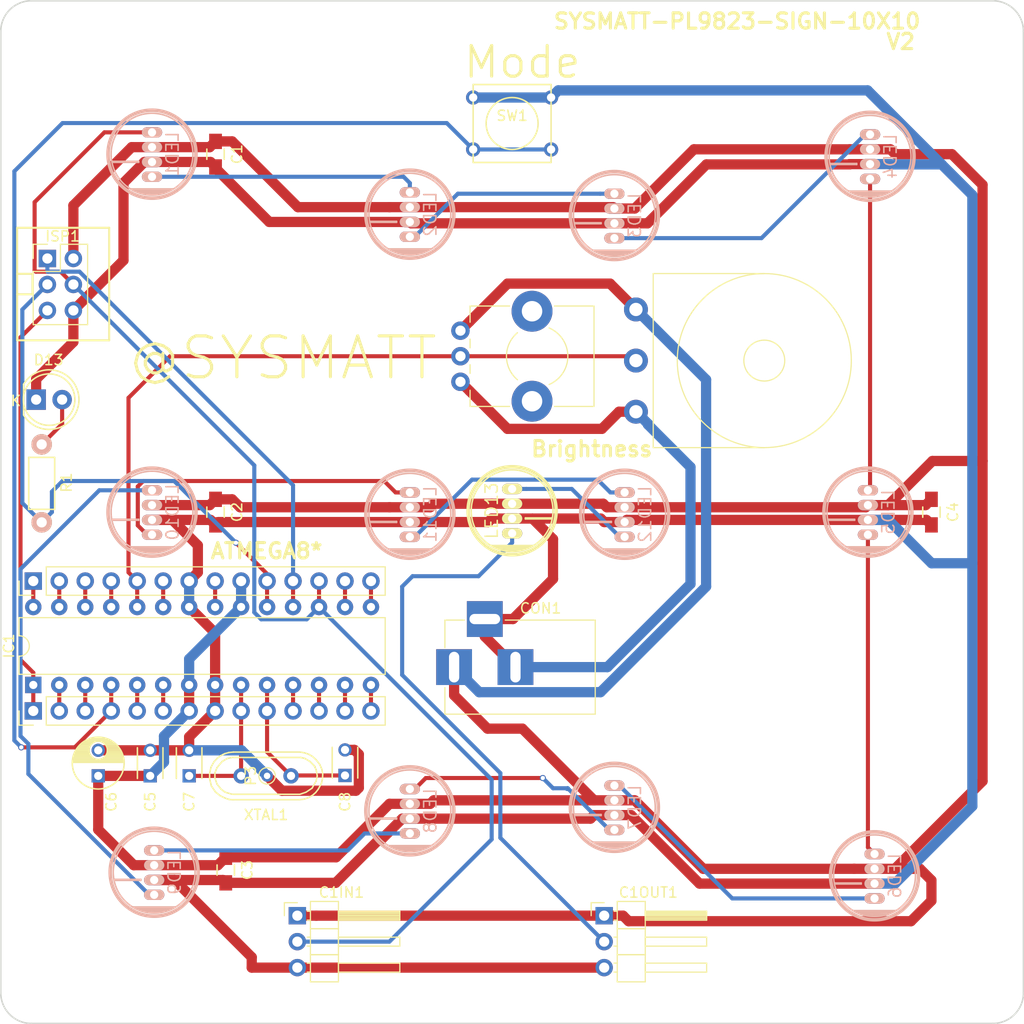
<source format=kicad_pcb>
(kicad_pcb (version 20171130) (host pcbnew 6.0.0-rc1-unknown-f9f87b3~66~ubuntu16.04.1)

  (general
    (thickness 1.6)
    (drawings 21)
    (tracks 348)
    (zones 0)
    (modules 39)
    (nets 41)
  )

  (page A4)
  (layers
    (0 F.Cu signal)
    (31 B.Cu signal)
    (32 B.Adhes user)
    (33 F.Adhes user)
    (34 B.Paste user)
    (35 F.Paste user)
    (36 B.SilkS user)
    (37 F.SilkS user)
    (38 B.Mask user)
    (39 F.Mask user)
    (40 Dwgs.User user)
    (41 Cmts.User user)
    (42 Eco1.User user)
    (43 Eco2.User user)
    (44 Edge.Cuts user)
    (45 Margin user)
    (46 B.CrtYd user)
    (47 F.CrtYd user)
    (48 B.Fab user)
    (49 F.Fab user)
  )

  (setup
    (last_trace_width 0.4)
    (trace_clearance 0.2)
    (zone_clearance 0.508)
    (zone_45_only no)
    (trace_min 0.2)
    (via_size 0.6)
    (via_drill 0.4)
    (via_min_size 0.4)
    (via_min_drill 0.3)
    (uvia_size 0.3)
    (uvia_drill 0.1)
    (uvias_allowed no)
    (uvia_min_size 0.2)
    (uvia_min_drill 0.1)
    (edge_width 0.15)
    (segment_width 0.2)
    (pcb_text_width 0.3)
    (pcb_text_size 1.5 1.5)
    (mod_edge_width 0.15)
    (mod_text_size 1 1)
    (mod_text_width 0.15)
    (pad_size 1.524 1.524)
    (pad_drill 0.762)
    (pad_to_mask_clearance 0.2)
    (solder_mask_min_width 0.25)
    (aux_axis_origin 0 0)
    (visible_elements FFFFFF7F)
    (pcbplotparams
      (layerselection 0x010f0_80000001)
      (usegerberextensions true)
      (usegerberattributes false)
      (usegerberadvancedattributes false)
      (creategerberjobfile false)
      (excludeedgelayer true)
      (linewidth 0.100000)
      (plotframeref false)
      (viasonmask false)
      (mode 1)
      (useauxorigin false)
      (hpglpennumber 1)
      (hpglpenspeed 20)
      (hpglpendiameter 15.000000)
      (psnegative false)
      (psa4output false)
      (plotreference true)
      (plotvalue false)
      (plotinvisibletext false)
      (padsonsilk false)
      (subtractmaskfromsilk false)
      (outputformat 1)
      (mirror false)
      (drillshape 0)
      (scaleselection 1)
      (outputdirectory "GERBER/"))
  )

  (net 0 "")
  (net 1 VCC)
  (net 2 GND)
  (net 3 /DIN)
  (net 4 /DOUT)
  (net 5 /SYSMATT-ATMEGA-ASP-BO/P9)
  (net 6 /SYSMATT-ATMEGA-ASP-BO/P10)
  (net 7 "Net-(D13-Pad2)")
  (net 8 /SYSMATT-ATMEGA-ASP-BO/P1)
  (net 9 /SYSMATT-ATMEGA-ASP-BO/P15)
  (net 10 /SYSMATT-ATMEGA-ASP-BO/ATMEGA_BUTTON_IN)
  (net 11 /SYSMATT-ATMEGA-ASP-BO/P16)
  (net 12 /SYSMATT-ATMEGA-ASP-BO/P3)
  (net 13 /SYSMATT-ATMEGA-ASP-BO/P18)
  (net 14 /SYSMATT-ATMEGA-ASP-BO/P5)
  (net 15 /SYSMATT-ATMEGA-ASP-BO/P19)
  (net 16 /SYSMATT-ATMEGA-ASP-BO/P6)
  (net 17 /SYSMATT-ATMEGA-ASP-BO/P21)
  (net 18 /SYSMATT-ATMEGA-ASP-BO/P23)
  (net 19 /SYSMATT-ATMEGA-ASP-BO/P11)
  (net 20 /SYSMATT-ATMEGA-ASP-BO/P25)
  (net 21 /SYSMATT-ATMEGA-ASP-BO/P12)
  (net 22 /SYSMATT-ATMEGA-ASP-BO/P26)
  (net 23 /SYSMATT-ATMEGA-ASP-BO/P13)
  (net 24 /SYSMATT-ATMEGA-ASP-BO/P27)
  (net 25 /SYSMATT-ATMEGA-ASP-BO/P14)
  (net 26 /SYSMATT-ATMEGA-ASP-BO/P28)
  (net 27 "Net-(LED1-Pad4)")
  (net 28 "Net-(LED2-Pad4)")
  (net 29 "Net-(LED3-Pad4)")
  (net 30 "Net-(LED4-Pad4)")
  (net 31 "Net-(LED5-Pad4)")
  (net 32 "Net-(LED6-Pad4)")
  (net 33 "Net-(LED7-Pad4)")
  (net 34 "Net-(LED8-Pad4)")
  (net 35 "Net-(LED10-Pad1)")
  (net 36 "Net-(LED10-Pad4)")
  (net 37 "Net-(LED11-Pad4)")
  (net 38 "Net-(LED12-Pad4)")
  (net 39 /SYSMATT-ATMEGA-ASP-BO/P2)
  (net 40 /SYSMATT-ATMEGA-ASP-BO/ATMEGA_ANALOG_POT)

  (net_class Default "This is the default net class."
    (clearance 0.2)
    (trace_width 0.4)
    (via_dia 0.6)
    (via_drill 0.4)
    (uvia_dia 0.3)
    (uvia_drill 0.1)
    (add_net /DIN)
    (add_net /DOUT)
    (add_net /SYSMATT-ATMEGA-ASP-BO/ATMEGA_ANALOG_POT)
    (add_net /SYSMATT-ATMEGA-ASP-BO/ATMEGA_BUTTON_IN)
    (add_net /SYSMATT-ATMEGA-ASP-BO/P1)
    (add_net /SYSMATT-ATMEGA-ASP-BO/P10)
    (add_net /SYSMATT-ATMEGA-ASP-BO/P11)
    (add_net /SYSMATT-ATMEGA-ASP-BO/P12)
    (add_net /SYSMATT-ATMEGA-ASP-BO/P13)
    (add_net /SYSMATT-ATMEGA-ASP-BO/P14)
    (add_net /SYSMATT-ATMEGA-ASP-BO/P15)
    (add_net /SYSMATT-ATMEGA-ASP-BO/P16)
    (add_net /SYSMATT-ATMEGA-ASP-BO/P18)
    (add_net /SYSMATT-ATMEGA-ASP-BO/P19)
    (add_net /SYSMATT-ATMEGA-ASP-BO/P2)
    (add_net /SYSMATT-ATMEGA-ASP-BO/P21)
    (add_net /SYSMATT-ATMEGA-ASP-BO/P23)
    (add_net /SYSMATT-ATMEGA-ASP-BO/P25)
    (add_net /SYSMATT-ATMEGA-ASP-BO/P26)
    (add_net /SYSMATT-ATMEGA-ASP-BO/P27)
    (add_net /SYSMATT-ATMEGA-ASP-BO/P28)
    (add_net /SYSMATT-ATMEGA-ASP-BO/P3)
    (add_net /SYSMATT-ATMEGA-ASP-BO/P5)
    (add_net /SYSMATT-ATMEGA-ASP-BO/P6)
    (add_net /SYSMATT-ATMEGA-ASP-BO/P9)
    (add_net "Net-(D13-Pad2)")
    (add_net "Net-(LED1-Pad4)")
    (add_net "Net-(LED10-Pad1)")
    (add_net "Net-(LED10-Pad4)")
    (add_net "Net-(LED11-Pad4)")
    (add_net "Net-(LED12-Pad4)")
    (add_net "Net-(LED2-Pad4)")
    (add_net "Net-(LED3-Pad4)")
    (add_net "Net-(LED4-Pad4)")
    (add_net "Net-(LED5-Pad4)")
    (add_net "Net-(LED6-Pad4)")
    (add_net "Net-(LED7-Pad4)")
    (add_net "Net-(LED8-Pad4)")
  )

  (net_class POWER ""
    (clearance 0.2)
    (trace_width 1)
    (via_dia 0.6)
    (via_drill 0.4)
    (uvia_dia 0.3)
    (uvia_drill 0.1)
    (add_net GND)
    (add_net VCC)
  )

  (module Mounting_Holes:MountingHole_4.5mm (layer F.Cu) (tedit 5866DA75) (tstamp 5866C922)
    (at 45 135)
    (descr "Mounting Hole 4.5mm, no annular")
    (tags "mounting hole 4.5mm no annular")
    (fp_text reference REF** (at 0 -5.5) (layer F.SilkS) hide
      (effects (font (size 1 1) (thickness 0.15)))
    )
    (fp_text value MountingHole_4.5mm (at 0 5.5) (layer F.Fab) hide
      (effects (font (size 1 1) (thickness 0.15)))
    )
    (fp_circle (center 0 0) (end 4.5 0) (layer Cmts.User) (width 0.15))
    (fp_circle (center 0 0) (end 4.75 0) (layer F.CrtYd) (width 0.05))
    (pad 1 np_thru_hole circle (at 0 0) (size 4.5 4.5) (drill 4.5) (layers *.Cu *.Mask))
  )

  (module Mounting_Holes:MountingHole_4.5mm (layer F.Cu) (tedit 5866DA62) (tstamp 5866C917)
    (at 135 135)
    (descr "Mounting Hole 4.5mm, no annular")
    (tags "mounting hole 4.5mm no annular")
    (fp_text reference REF** (at 0 -5.5) (layer F.SilkS) hide
      (effects (font (size 1 1) (thickness 0.15)))
    )
    (fp_text value MountingHole_4.5mm (at 0 5.5) (layer F.Fab) hide
      (effects (font (size 1 1) (thickness 0.15)))
    )
    (fp_circle (center 0 0) (end 4.5 0) (layer Cmts.User) (width 0.15))
    (fp_circle (center 0 0) (end 4.75 0) (layer F.CrtYd) (width 0.05))
    (pad 1 np_thru_hole circle (at 0 0) (size 4.5 4.5) (drill 4.5) (layers *.Cu *.Mask))
  )

  (module Mounting_Holes:MountingHole_4.5mm (layer F.Cu) (tedit 5866DA5C) (tstamp 5866C90F)
    (at 135 45)
    (descr "Mounting Hole 4.5mm, no annular")
    (tags "mounting hole 4.5mm no annular")
    (fp_text reference REF** (at 0 -5.5) (layer F.SilkS) hide
      (effects (font (size 1 1) (thickness 0.15)))
    )
    (fp_text value MountingHole_4.5mm (at 0 5.5) (layer F.Fab) hide
      (effects (font (size 1 1) (thickness 0.15)))
    )
    (fp_circle (center 0 0) (end 4.5 0) (layer Cmts.User) (width 0.15))
    (fp_circle (center 0 0) (end 4.75 0) (layer F.CrtYd) (width 0.05))
    (pad 1 np_thru_hole circle (at 0 0) (size 4.5 4.5) (drill 4.5) (layers *.Cu *.Mask))
  )

  (module Capacitors_ThroughHole:C_Disc_D3_P2.5 (layer F.Cu) (tedit 0) (tstamp 5866C1CB)
    (at 54.61 115.79 90)
    (descr "Capacitor 3mm Disc, Pitch 2.5mm")
    (tags Capacitor)
    (path /5866C2AE/583B3C50)
    (fp_text reference C5 (at -2.54 0 90) (layer F.SilkS)
      (effects (font (size 1 1) (thickness 0.15)))
    )
    (fp_text value C (at 1.25 2.5 90) (layer F.Fab)
      (effects (font (size 1 1) (thickness 0.15)))
    )
    (fp_line (start -0.9 -1.5) (end 3.4 -1.5) (layer F.CrtYd) (width 0.05))
    (fp_line (start 3.4 -1.5) (end 3.4 1.5) (layer F.CrtYd) (width 0.05))
    (fp_line (start 3.4 1.5) (end -0.9 1.5) (layer F.CrtYd) (width 0.05))
    (fp_line (start -0.9 1.5) (end -0.9 -1.5) (layer F.CrtYd) (width 0.05))
    (fp_line (start -0.25 -1.25) (end 2.75 -1.25) (layer F.SilkS) (width 0.15))
    (fp_line (start 2.75 1.25) (end -0.25 1.25) (layer F.SilkS) (width 0.15))
    (pad 1 thru_hole rect (at 0 0 90) (size 1.3 1.3) (drill 0.8) (layers *.Cu *.Mask)
      (net 1 VCC))
    (pad 2 thru_hole circle (at 2.5 0 90) (size 1.3 1.3) (drill 0.8001) (layers *.Cu *.Mask)
      (net 2 GND))
    (model Capacitors_ThroughHole.3dshapes/C_Disc_D3_P2.5.wrl
      (offset (xyz 1.250000021226883 0 0))
      (scale (xyz 1 1 1))
      (rotate (xyz 0 0 0))
    )
  )

  (module Capacitors_ThroughHole:C_Radial_D5_L6_P2.5 (layer F.Cu) (tedit 0) (tstamp 5866C1D1)
    (at 49.53 115.79 90)
    (descr "Radial Electrolytic Capacitor Diameter 5mm x Length 6mm, Pitch 2.5mm")
    (tags "Electrolytic Capacitor")
    (path /5866C2AE/583B3CBF)
    (fp_text reference C6 (at -2.54 1.27 90) (layer F.SilkS)
      (effects (font (size 1 1) (thickness 0.15)))
    )
    (fp_text value CP1 (at 1.25 3.8 90) (layer F.Fab)
      (effects (font (size 1 1) (thickness 0.15)))
    )
    (fp_line (start 1.325 -2.499) (end 1.325 2.499) (layer F.SilkS) (width 0.15))
    (fp_line (start 1.465 -2.491) (end 1.465 2.491) (layer F.SilkS) (width 0.15))
    (fp_line (start 1.605 -2.475) (end 1.605 -0.095) (layer F.SilkS) (width 0.15))
    (fp_line (start 1.605 0.095) (end 1.605 2.475) (layer F.SilkS) (width 0.15))
    (fp_line (start 1.745 -2.451) (end 1.745 -0.49) (layer F.SilkS) (width 0.15))
    (fp_line (start 1.745 0.49) (end 1.745 2.451) (layer F.SilkS) (width 0.15))
    (fp_line (start 1.885 -2.418) (end 1.885 -0.657) (layer F.SilkS) (width 0.15))
    (fp_line (start 1.885 0.657) (end 1.885 2.418) (layer F.SilkS) (width 0.15))
    (fp_line (start 2.025 -2.377) (end 2.025 -0.764) (layer F.SilkS) (width 0.15))
    (fp_line (start 2.025 0.764) (end 2.025 2.377) (layer F.SilkS) (width 0.15))
    (fp_line (start 2.165 -2.327) (end 2.165 -0.835) (layer F.SilkS) (width 0.15))
    (fp_line (start 2.165 0.835) (end 2.165 2.327) (layer F.SilkS) (width 0.15))
    (fp_line (start 2.305 -2.266) (end 2.305 -0.879) (layer F.SilkS) (width 0.15))
    (fp_line (start 2.305 0.879) (end 2.305 2.266) (layer F.SilkS) (width 0.15))
    (fp_line (start 2.445 -2.196) (end 2.445 -0.898) (layer F.SilkS) (width 0.15))
    (fp_line (start 2.445 0.898) (end 2.445 2.196) (layer F.SilkS) (width 0.15))
    (fp_line (start 2.585 -2.114) (end 2.585 -0.896) (layer F.SilkS) (width 0.15))
    (fp_line (start 2.585 0.896) (end 2.585 2.114) (layer F.SilkS) (width 0.15))
    (fp_line (start 2.725 -2.019) (end 2.725 -0.871) (layer F.SilkS) (width 0.15))
    (fp_line (start 2.725 0.871) (end 2.725 2.019) (layer F.SilkS) (width 0.15))
    (fp_line (start 2.865 -1.908) (end 2.865 -0.823) (layer F.SilkS) (width 0.15))
    (fp_line (start 2.865 0.823) (end 2.865 1.908) (layer F.SilkS) (width 0.15))
    (fp_line (start 3.005 -1.78) (end 3.005 -0.745) (layer F.SilkS) (width 0.15))
    (fp_line (start 3.005 0.745) (end 3.005 1.78) (layer F.SilkS) (width 0.15))
    (fp_line (start 3.145 -1.631) (end 3.145 -0.628) (layer F.SilkS) (width 0.15))
    (fp_line (start 3.145 0.628) (end 3.145 1.631) (layer F.SilkS) (width 0.15))
    (fp_line (start 3.285 -1.452) (end 3.285 -0.44) (layer F.SilkS) (width 0.15))
    (fp_line (start 3.285 0.44) (end 3.285 1.452) (layer F.SilkS) (width 0.15))
    (fp_line (start 3.425 -1.233) (end 3.425 1.233) (layer F.SilkS) (width 0.15))
    (fp_line (start 3.565 -0.944) (end 3.565 0.944) (layer F.SilkS) (width 0.15))
    (fp_line (start 3.705 -0.472) (end 3.705 0.472) (layer F.SilkS) (width 0.15))
    (fp_circle (center 2.5 0) (end 2.5 -0.9) (layer F.SilkS) (width 0.15))
    (fp_circle (center 1.25 0) (end 1.25 -2.5375) (layer F.SilkS) (width 0.15))
    (fp_circle (center 1.25 0) (end 1.25 -2.8) (layer F.CrtYd) (width 0.05))
    (pad 1 thru_hole rect (at 0 0 90) (size 1.3 1.3) (drill 0.8) (layers *.Cu *.Mask)
      (net 1 VCC))
    (pad 2 thru_hole circle (at 2.5 0 90) (size 1.3 1.3) (drill 0.8) (layers *.Cu *.Mask)
      (net 2 GND))
    (model Capacitors_ThroughHole.3dshapes/C_Radial_D5_L6_P2.5.wrl
      (offset (xyz 1.250000021226883 0 0))
      (scale (xyz 1 1 1))
      (rotate (xyz 0 0 90))
    )
  )

  (module Capacitors_ThroughHole:C_Disc_D3_P2.5 (layer F.Cu) (tedit 0) (tstamp 5866C1D7)
    (at 58.42 115.79 90)
    (descr "Capacitor 3mm Disc, Pitch 2.5mm")
    (tags Capacitor)
    (path /5866C2AE/583B415F)
    (fp_text reference C7 (at -2.54 0 90) (layer F.SilkS)
      (effects (font (size 1 1) (thickness 0.15)))
    )
    (fp_text value C (at 1.25 2.5 90) (layer F.Fab)
      (effects (font (size 1 1) (thickness 0.15)))
    )
    (fp_line (start -0.9 -1.5) (end 3.4 -1.5) (layer F.CrtYd) (width 0.05))
    (fp_line (start 3.4 -1.5) (end 3.4 1.5) (layer F.CrtYd) (width 0.05))
    (fp_line (start 3.4 1.5) (end -0.9 1.5) (layer F.CrtYd) (width 0.05))
    (fp_line (start -0.9 1.5) (end -0.9 -1.5) (layer F.CrtYd) (width 0.05))
    (fp_line (start -0.25 -1.25) (end 2.75 -1.25) (layer F.SilkS) (width 0.15))
    (fp_line (start 2.75 1.25) (end -0.25 1.25) (layer F.SilkS) (width 0.15))
    (pad 1 thru_hole rect (at 0 0 90) (size 1.3 1.3) (drill 0.8) (layers *.Cu *.Mask)
      (net 5 /SYSMATT-ATMEGA-ASP-BO/P9))
    (pad 2 thru_hole circle (at 2.5 0 90) (size 1.3 1.3) (drill 0.8001) (layers *.Cu *.Mask)
      (net 2 GND))
    (model Capacitors_ThroughHole.3dshapes/C_Disc_D3_P2.5.wrl
      (offset (xyz 1.250000021226883 0 0))
      (scale (xyz 1 1 1))
      (rotate (xyz 0 0 0))
    )
  )

  (module Capacitors_ThroughHole:C_Disc_D3_P2.5 (layer F.Cu) (tedit 0) (tstamp 5866C1DD)
    (at 73.66 115.75 90)
    (descr "Capacitor 3mm Disc, Pitch 2.5mm")
    (tags Capacitor)
    (path /5866C2AE/583B41B4)
    (fp_text reference C8 (at -2.58 0 90) (layer F.SilkS)
      (effects (font (size 1 1) (thickness 0.15)))
    )
    (fp_text value C (at 1.25 2.5 90) (layer F.Fab)
      (effects (font (size 1 1) (thickness 0.15)))
    )
    (fp_line (start -0.9 -1.5) (end 3.4 -1.5) (layer F.CrtYd) (width 0.05))
    (fp_line (start 3.4 -1.5) (end 3.4 1.5) (layer F.CrtYd) (width 0.05))
    (fp_line (start 3.4 1.5) (end -0.9 1.5) (layer F.CrtYd) (width 0.05))
    (fp_line (start -0.9 1.5) (end -0.9 -1.5) (layer F.CrtYd) (width 0.05))
    (fp_line (start -0.25 -1.25) (end 2.75 -1.25) (layer F.SilkS) (width 0.15))
    (fp_line (start 2.75 1.25) (end -0.25 1.25) (layer F.SilkS) (width 0.15))
    (pad 1 thru_hole rect (at 0 0 90) (size 1.3 1.3) (drill 0.8) (layers *.Cu *.Mask)
      (net 6 /SYSMATT-ATMEGA-ASP-BO/P10))
    (pad 2 thru_hole circle (at 2.5 0 90) (size 1.3 1.3) (drill 0.8001) (layers *.Cu *.Mask)
      (net 2 GND))
    (model Capacitors_ThroughHole.3dshapes/C_Disc_D3_P2.5.wrl
      (offset (xyz 1.250000021226883 0 0))
      (scale (xyz 1 1 1))
      (rotate (xyz 0 0 0))
    )
  )

  (module LEDs:LED-5MM (layer F.Cu) (tedit 5867337D) (tstamp 5866C1EA)
    (at 43.46 79)
    (descr "LED 5mm round vertical")
    (tags "LED 5mm round vertical")
    (path /5866C2AE/583B3F36)
    (fp_text reference D13 (at 1.215 -3.88) (layer F.SilkS)
      (effects (font (size 1 1) (thickness 0.15)))
    )
    (fp_text value LED (at 1.524 -3.937) (layer F.Fab) hide
      (effects (font (size 1 1) (thickness 0.15)))
    )
    (fp_line (start -1.5 -1.55) (end -1.5 1.55) (layer F.CrtYd) (width 0.05))
    (fp_arc (start 1.3 0) (end -1.5 1.55) (angle -302) (layer F.CrtYd) (width 0.05))
    (fp_arc (start 1.27 0) (end -1.23 -1.5) (angle 297.5) (layer F.SilkS) (width 0.15))
    (fp_line (start -1.23 1.5) (end -1.23 -1.5) (layer F.SilkS) (width 0.15))
    (fp_circle (center 1.27 0) (end 0.97 -2.5) (layer F.SilkS) (width 0.15))
    (fp_text user K (at -1.985 0.12) (layer F.SilkS)
      (effects (font (size 1 1) (thickness 0.15)))
    )
    (pad 1 thru_hole rect (at 0 0 90) (size 2 1.9) (drill 1.00076) (layers *.Cu *.Mask)
      (net 2 GND))
    (pad 2 thru_hole circle (at 2.54 0) (size 1.9 1.9) (drill 1.00076) (layers *.Cu *.Mask)
      (net 7 "Net-(D13-Pad2)"))
    (model LEDs.3dshapes/LED-5MM.wrl
      (offset (xyz 1.269999980926514 0 0))
      (scale (xyz 1 1 1))
      (rotate (xyz 0 0 90))
    )
  )

  (module Housings_DIP:DIP-28_W7.62mm (layer F.Cu) (tedit 586281B5) (tstamp 5866C212)
    (at 43.18 106.9 90)
    (descr "28-lead dip package, row spacing 7.62 mm (300 mils)")
    (tags "DIL DIP PDIP 2.54mm 7.62mm 300mil")
    (path /5866C2AE/583B2F88)
    (fp_text reference IC1 (at 3.81 -2.39 90) (layer F.SilkS)
      (effects (font (size 1 1) (thickness 0.15)))
    )
    (fp_text value ATMEGA8-P (at 3.81 35.41 90) (layer F.Fab)
      (effects (font (size 1 1) (thickness 0.15)))
    )
    (fp_arc (start 3.81 -1.39) (end 2.81 -1.39) (angle -180) (layer F.SilkS) (width 0.12))
    (fp_line (start 1.635 -1.27) (end 6.985 -1.27) (layer F.Fab) (width 0.1))
    (fp_line (start 6.985 -1.27) (end 6.985 34.29) (layer F.Fab) (width 0.1))
    (fp_line (start 6.985 34.29) (end 0.635 34.29) (layer F.Fab) (width 0.1))
    (fp_line (start 0.635 34.29) (end 0.635 -0.27) (layer F.Fab) (width 0.1))
    (fp_line (start 0.635 -0.27) (end 1.635 -1.27) (layer F.Fab) (width 0.1))
    (fp_line (start 2.81 -1.39) (end 1.04 -1.39) (layer F.SilkS) (width 0.12))
    (fp_line (start 1.04 -1.39) (end 1.04 34.41) (layer F.SilkS) (width 0.12))
    (fp_line (start 1.04 34.41) (end 6.58 34.41) (layer F.SilkS) (width 0.12))
    (fp_line (start 6.58 34.41) (end 6.58 -1.39) (layer F.SilkS) (width 0.12))
    (fp_line (start 6.58 -1.39) (end 4.81 -1.39) (layer F.SilkS) (width 0.12))
    (fp_line (start -1.1 -1.6) (end -1.1 34.6) (layer F.CrtYd) (width 0.05))
    (fp_line (start -1.1 34.6) (end 8.7 34.6) (layer F.CrtYd) (width 0.05))
    (fp_line (start 8.7 34.6) (end 8.7 -1.6) (layer F.CrtYd) (width 0.05))
    (fp_line (start 8.7 -1.6) (end -1.1 -1.6) (layer F.CrtYd) (width 0.05))
    (pad 1 thru_hole rect (at 0 0 90) (size 1.6 1.6) (drill 0.8) (layers *.Cu *.Mask)
      (net 8 /SYSMATT-ATMEGA-ASP-BO/P1))
    (pad 15 thru_hole oval (at 7.62 33.02 90) (size 1.6 1.6) (drill 0.8) (layers *.Cu *.Mask)
      (net 9 /SYSMATT-ATMEGA-ASP-BO/P15))
    (pad 2 thru_hole oval (at 0 2.54 90) (size 1.6 1.6) (drill 0.8) (layers *.Cu *.Mask)
      (net 39 /SYSMATT-ATMEGA-ASP-BO/P2))
    (pad 16 thru_hole oval (at 7.62 30.48 90) (size 1.6 1.6) (drill 0.8) (layers *.Cu *.Mask)
      (net 11 /SYSMATT-ATMEGA-ASP-BO/P16))
    (pad 3 thru_hole oval (at 0 5.08 90) (size 1.6 1.6) (drill 0.8) (layers *.Cu *.Mask)
      (net 12 /SYSMATT-ATMEGA-ASP-BO/P3))
    (pad 17 thru_hole oval (at 7.62 27.94 90) (size 1.6 1.6) (drill 0.8) (layers *.Cu *.Mask)
      (net 3 /DIN))
    (pad 4 thru_hole oval (at 0 7.62 90) (size 1.6 1.6) (drill 0.8) (layers *.Cu *.Mask)
      (net 10 /SYSMATT-ATMEGA-ASP-BO/ATMEGA_BUTTON_IN))
    (pad 18 thru_hole oval (at 7.62 25.4 90) (size 1.6 1.6) (drill 0.8) (layers *.Cu *.Mask)
      (net 13 /SYSMATT-ATMEGA-ASP-BO/P18))
    (pad 5 thru_hole oval (at 0 10.16 90) (size 1.6 1.6) (drill 0.8) (layers *.Cu *.Mask)
      (net 14 /SYSMATT-ATMEGA-ASP-BO/P5))
    (pad 19 thru_hole oval (at 7.62 22.86 90) (size 1.6 1.6) (drill 0.8) (layers *.Cu *.Mask)
      (net 15 /SYSMATT-ATMEGA-ASP-BO/P19))
    (pad 6 thru_hole oval (at 0 12.7 90) (size 1.6 1.6) (drill 0.8) (layers *.Cu *.Mask)
      (net 16 /SYSMATT-ATMEGA-ASP-BO/P6))
    (pad 20 thru_hole oval (at 7.62 20.32 90) (size 1.6 1.6) (drill 0.8) (layers *.Cu *.Mask)
      (net 1 VCC))
    (pad 7 thru_hole oval (at 0 15.24 90) (size 1.6 1.6) (drill 0.8) (layers *.Cu *.Mask)
      (net 1 VCC))
    (pad 21 thru_hole oval (at 7.62 17.78 90) (size 1.6 1.6) (drill 0.8) (layers *.Cu *.Mask)
      (net 17 /SYSMATT-ATMEGA-ASP-BO/P21))
    (pad 8 thru_hole oval (at 0 17.78 90) (size 1.6 1.6) (drill 0.8) (layers *.Cu *.Mask)
      (net 2 GND))
    (pad 22 thru_hole oval (at 7.62 15.24 90) (size 1.6 1.6) (drill 0.8) (layers *.Cu *.Mask)
      (net 2 GND))
    (pad 9 thru_hole oval (at 0 20.32 90) (size 1.6 1.6) (drill 0.8) (layers *.Cu *.Mask)
      (net 5 /SYSMATT-ATMEGA-ASP-BO/P9))
    (pad 23 thru_hole oval (at 7.62 12.7 90) (size 1.6 1.6) (drill 0.8) (layers *.Cu *.Mask)
      (net 18 /SYSMATT-ATMEGA-ASP-BO/P23))
    (pad 10 thru_hole oval (at 0 22.86 90) (size 1.6 1.6) (drill 0.8) (layers *.Cu *.Mask)
      (net 6 /SYSMATT-ATMEGA-ASP-BO/P10))
    (pad 24 thru_hole oval (at 7.62 10.16 90) (size 1.6 1.6) (drill 0.8) (layers *.Cu *.Mask)
      (net 40 /SYSMATT-ATMEGA-ASP-BO/ATMEGA_ANALOG_POT))
    (pad 11 thru_hole oval (at 0 25.4 90) (size 1.6 1.6) (drill 0.8) (layers *.Cu *.Mask)
      (net 19 /SYSMATT-ATMEGA-ASP-BO/P11))
    (pad 25 thru_hole oval (at 7.62 7.62 90) (size 1.6 1.6) (drill 0.8) (layers *.Cu *.Mask)
      (net 20 /SYSMATT-ATMEGA-ASP-BO/P25))
    (pad 12 thru_hole oval (at 0 27.94 90) (size 1.6 1.6) (drill 0.8) (layers *.Cu *.Mask)
      (net 21 /SYSMATT-ATMEGA-ASP-BO/P12))
    (pad 26 thru_hole oval (at 7.62 5.08 90) (size 1.6 1.6) (drill 0.8) (layers *.Cu *.Mask)
      (net 22 /SYSMATT-ATMEGA-ASP-BO/P26))
    (pad 13 thru_hole oval (at 0 30.48 90) (size 1.6 1.6) (drill 0.8) (layers *.Cu *.Mask)
      (net 23 /SYSMATT-ATMEGA-ASP-BO/P13))
    (pad 27 thru_hole oval (at 7.62 2.54 90) (size 1.6 1.6) (drill 0.8) (layers *.Cu *.Mask)
      (net 24 /SYSMATT-ATMEGA-ASP-BO/P27))
    (pad 14 thru_hole oval (at 0 33.02 90) (size 1.6 1.6) (drill 0.8) (layers *.Cu *.Mask)
      (net 25 /SYSMATT-ATMEGA-ASP-BO/P14))
    (pad 28 thru_hole oval (at 7.62 0 90) (size 1.6 1.6) (drill 0.8) (layers *.Cu *.Mask)
      (net 26 /SYSMATT-ATMEGA-ASP-BO/P28))
    (model Housings_DIP.3dshapes/DIP-28_W7.62mm.wrl
      (at (xyz 0 0 0))
      (scale (xyz 1 1 1))
      (rotate (xyz 0 0 0))
    )
  )

  (module SYSMATT-LIB-NEW:Pin_Header_Straight_2x03_Pitch2.54mm (layer F.Cu) (tedit 5866C52F) (tstamp 5866C21C)
    (at 44.559999 65.199999)
    (descr "Through hole straight pin header, 2x03, 2.54mm pitch, double rows")
    (tags "Through hole pin header THT 2x03 2.54mm double row")
    (path /5866C2AE/583B326C)
    (fp_text reference ISP1 (at 1.48 -2.17) (layer F.SilkS)
      (effects (font (size 1 1) (thickness 0.15)))
    )
    (fp_text value CONN_02X03 (at 1.27 7.47) (layer F.Fab) hide
      (effects (font (size 1 1) (thickness 0.15)))
    )
    (fp_line (start -1.27 -1.27) (end -1.27 6.35) (layer F.Fab) (width 0.1))
    (fp_line (start -1.27 6.35) (end 3.81 6.35) (layer F.Fab) (width 0.1))
    (fp_line (start 3.81 6.35) (end 3.81 -1.27) (layer F.Fab) (width 0.1))
    (fp_line (start 3.81 -1.27) (end -1.27 -1.27) (layer F.Fab) (width 0.1))
    (fp_line (start -1.39 1.27) (end -1.39 6.47) (layer F.SilkS) (width 0.12))
    (fp_line (start -1.39 6.47) (end 3.93 6.47) (layer F.SilkS) (width 0.12))
    (fp_line (start 3.93 6.47) (end 3.93 -1.39) (layer F.SilkS) (width 0.12))
    (fp_line (start 3.93 -1.39) (end 1.27 -1.39) (layer F.SilkS) (width 0.12))
    (fp_line (start 1.27 -1.39) (end 1.27 1.27) (layer F.SilkS) (width 0.12))
    (fp_line (start 1.27 1.27) (end -1.39 1.27) (layer F.SilkS) (width 0.12))
    (fp_line (start -1.39 0) (end -1.39 -1.39) (layer F.SilkS) (width 0.12))
    (fp_line (start -1.39 -1.39) (end 0 -1.39) (layer F.SilkS) (width 0.12))
    (fp_line (start -1.6 -1.6) (end -1.6 6.6) (layer F.CrtYd) (width 0.05))
    (fp_line (start -1.6 6.6) (end 4.1 6.6) (layer F.CrtYd) (width 0.05))
    (fp_line (start 4.1 6.6) (end 4.1 -1.6) (layer F.CrtYd) (width 0.05))
    (fp_line (start 4.1 -1.6) (end -1.6 -1.6) (layer F.CrtYd) (width 0.05))
    (pad 1 thru_hole rect (at 0 0) (size 1.7 1.7) (drill 1) (layers *.Cu *.Mask)
      (net 13 /SYSMATT-ATMEGA-ASP-BO/P18))
    (pad 2 thru_hole oval (at 2.54 0) (size 1.7 1.7) (drill 1) (layers *.Cu *.Mask)
      (net 1 VCC))
    (pad 3 thru_hole oval (at 0 2.54) (size 1.7 1.7) (drill 1) (layers *.Cu *.Mask)
      (net 15 /SYSMATT-ATMEGA-ASP-BO/P19))
    (pad 4 thru_hole oval (at 2.54 2.54) (size 1.7 1.7) (drill 1) (layers *.Cu *.Mask)
      (net 3 /DIN))
    (pad 5 thru_hole oval (at 0 5.08) (size 1.7 1.7) (drill 1) (layers *.Cu *.Mask)
      (net 8 /SYSMATT-ATMEGA-ASP-BO/P1))
    (pad 6 thru_hole oval (at 2.54 5.08) (size 1.7 1.7) (drill 1) (layers *.Cu *.Mask)
      (net 2 GND))
    (model Pin_Headers.3dshapes/Pin_Header_Straight_2x03_Pitch2.54mm.wrl
      (offset (xyz 1.269999980926514 -2.539999961853027 0))
      (scale (xyz 1 1 1))
      (rotate (xyz 0 0 90))
    )
  )

  (module SYSMATT-LIB-NEW:Pin_Header_Straight_1x14_Pitch2.54mm (layer F.Cu) (tedit 5866C52A) (tstamp 5866C296)
    (at 43.18 109.44 90)
    (descr "Through hole straight pin header, 1x14, 2.54mm pitch, single row")
    (tags "Through hole pin header THT 1x14 2.54mm single row")
    (path /5866C2AE/583B3037)
    (fp_text reference P1 (at 0 -2.39 90) (layer F.SilkS) hide
      (effects (font (size 1 1) (thickness 0.15)))
    )
    (fp_text value CONN_01X14 (at 0 35.41 90) (layer F.Fab) hide
      (effects (font (size 1 1) (thickness 0.15)))
    )
    (fp_line (start -1.27 -1.27) (end -1.27 34.29) (layer F.Fab) (width 0.1))
    (fp_line (start -1.27 34.29) (end 1.27 34.29) (layer F.Fab) (width 0.1))
    (fp_line (start 1.27 34.29) (end 1.27 -1.27) (layer F.Fab) (width 0.1))
    (fp_line (start 1.27 -1.27) (end -1.27 -1.27) (layer F.Fab) (width 0.1))
    (fp_line (start -1.39 1.27) (end -1.39 34.41) (layer F.SilkS) (width 0.12))
    (fp_line (start -1.39 34.41) (end 1.39 34.41) (layer F.SilkS) (width 0.12))
    (fp_line (start 1.39 34.41) (end 1.39 1.27) (layer F.SilkS) (width 0.12))
    (fp_line (start 1.39 1.27) (end -1.39 1.27) (layer F.SilkS) (width 0.12))
    (fp_line (start -1.39 0) (end -1.39 -1.39) (layer F.SilkS) (width 0.12))
    (fp_line (start -1.39 -1.39) (end 0 -1.39) (layer F.SilkS) (width 0.12))
    (fp_line (start -1.6 -1.6) (end -1.6 34.6) (layer F.CrtYd) (width 0.05))
    (fp_line (start -1.6 34.6) (end 1.6 34.6) (layer F.CrtYd) (width 0.05))
    (fp_line (start 1.6 34.6) (end 1.6 -1.6) (layer F.CrtYd) (width 0.05))
    (fp_line (start 1.6 -1.6) (end -1.6 -1.6) (layer F.CrtYd) (width 0.05))
    (pad 1 thru_hole rect (at 0 0 90) (size 1.7 1.7) (drill 1) (layers *.Cu *.Mask)
      (net 8 /SYSMATT-ATMEGA-ASP-BO/P1))
    (pad 2 thru_hole oval (at 0 2.54 90) (size 1.7 1.7) (drill 1) (layers *.Cu *.Mask)
      (net 39 /SYSMATT-ATMEGA-ASP-BO/P2))
    (pad 3 thru_hole oval (at 0 5.08 90) (size 1.7 1.7) (drill 1) (layers *.Cu *.Mask)
      (net 12 /SYSMATT-ATMEGA-ASP-BO/P3))
    (pad 4 thru_hole oval (at 0 7.62 90) (size 1.7 1.7) (drill 1) (layers *.Cu *.Mask)
      (net 10 /SYSMATT-ATMEGA-ASP-BO/ATMEGA_BUTTON_IN))
    (pad 5 thru_hole oval (at 0 10.16 90) (size 1.7 1.7) (drill 1) (layers *.Cu *.Mask)
      (net 14 /SYSMATT-ATMEGA-ASP-BO/P5))
    (pad 6 thru_hole oval (at 0 12.7 90) (size 1.7 1.7) (drill 1) (layers *.Cu *.Mask)
      (net 16 /SYSMATT-ATMEGA-ASP-BO/P6))
    (pad 7 thru_hole oval (at 0 15.24 90) (size 1.7 1.7) (drill 1) (layers *.Cu *.Mask)
      (net 1 VCC))
    (pad 8 thru_hole oval (at 0 17.78 90) (size 1.7 1.7) (drill 1) (layers *.Cu *.Mask)
      (net 2 GND))
    (pad 9 thru_hole oval (at 0 20.32 90) (size 1.7 1.7) (drill 1) (layers *.Cu *.Mask)
      (net 5 /SYSMATT-ATMEGA-ASP-BO/P9))
    (pad 10 thru_hole oval (at 0 22.86 90) (size 1.7 1.7) (drill 1) (layers *.Cu *.Mask)
      (net 6 /SYSMATT-ATMEGA-ASP-BO/P10))
    (pad 11 thru_hole oval (at 0 25.4 90) (size 1.7 1.7) (drill 1) (layers *.Cu *.Mask)
      (net 19 /SYSMATT-ATMEGA-ASP-BO/P11))
    (pad 12 thru_hole oval (at 0 27.94 90) (size 1.7 1.7) (drill 1) (layers *.Cu *.Mask)
      (net 21 /SYSMATT-ATMEGA-ASP-BO/P12))
    (pad 13 thru_hole oval (at 0 30.48 90) (size 1.7 1.7) (drill 1) (layers *.Cu *.Mask)
      (net 23 /SYSMATT-ATMEGA-ASP-BO/P13))
    (pad 14 thru_hole oval (at 0 33.02 90) (size 1.7 1.7) (drill 1) (layers *.Cu *.Mask)
      (net 25 /SYSMATT-ATMEGA-ASP-BO/P14))
    (model Pin_Headers.3dshapes/Pin_Header_Straight_1x14_Pitch2.54mm.wrl
      (offset (xyz 0 -16.50999975204468 0))
      (scale (xyz 1 1 1))
      (rotate (xyz 0 0 90))
    )
  )

  (module SYSMATT-LIB-NEW:Pin_Header_Straight_1x14_Pitch2.54mm (layer F.Cu) (tedit 5866C526) (tstamp 5866C2A8)
    (at 43.18 96.74 90)
    (descr "Through hole straight pin header, 1x14, 2.54mm pitch, single row")
    (tags "Through hole pin header THT 1x14 2.54mm single row")
    (path /5866C2AE/583B30DC)
    (fp_text reference P2 (at 0 -2.39 90) (layer F.SilkS) hide
      (effects (font (size 1 1) (thickness 0.15)))
    )
    (fp_text value CONN_01X14 (at 0 35.41 90) (layer F.Fab) hide
      (effects (font (size 1 1) (thickness 0.15)))
    )
    (fp_line (start -1.27 -1.27) (end -1.27 34.29) (layer F.Fab) (width 0.1))
    (fp_line (start -1.27 34.29) (end 1.27 34.29) (layer F.Fab) (width 0.1))
    (fp_line (start 1.27 34.29) (end 1.27 -1.27) (layer F.Fab) (width 0.1))
    (fp_line (start 1.27 -1.27) (end -1.27 -1.27) (layer F.Fab) (width 0.1))
    (fp_line (start -1.39 1.27) (end -1.39 34.41) (layer F.SilkS) (width 0.12))
    (fp_line (start -1.39 34.41) (end 1.39 34.41) (layer F.SilkS) (width 0.12))
    (fp_line (start 1.39 34.41) (end 1.39 1.27) (layer F.SilkS) (width 0.12))
    (fp_line (start 1.39 1.27) (end -1.39 1.27) (layer F.SilkS) (width 0.12))
    (fp_line (start -1.39 0) (end -1.39 -1.39) (layer F.SilkS) (width 0.12))
    (fp_line (start -1.39 -1.39) (end 0 -1.39) (layer F.SilkS) (width 0.12))
    (fp_line (start -1.6 -1.6) (end -1.6 34.6) (layer F.CrtYd) (width 0.05))
    (fp_line (start -1.6 34.6) (end 1.6 34.6) (layer F.CrtYd) (width 0.05))
    (fp_line (start 1.6 34.6) (end 1.6 -1.6) (layer F.CrtYd) (width 0.05))
    (fp_line (start 1.6 -1.6) (end -1.6 -1.6) (layer F.CrtYd) (width 0.05))
    (pad 1 thru_hole rect (at 0 0 90) (size 1.7 1.7) (drill 1) (layers *.Cu *.Mask)
      (net 26 /SYSMATT-ATMEGA-ASP-BO/P28))
    (pad 2 thru_hole oval (at 0 2.54 90) (size 1.7 1.7) (drill 1) (layers *.Cu *.Mask)
      (net 24 /SYSMATT-ATMEGA-ASP-BO/P27))
    (pad 3 thru_hole oval (at 0 5.08 90) (size 1.7 1.7) (drill 1) (layers *.Cu *.Mask)
      (net 22 /SYSMATT-ATMEGA-ASP-BO/P26))
    (pad 4 thru_hole oval (at 0 7.62 90) (size 1.7 1.7) (drill 1) (layers *.Cu *.Mask)
      (net 20 /SYSMATT-ATMEGA-ASP-BO/P25))
    (pad 5 thru_hole oval (at 0 10.16 90) (size 1.7 1.7) (drill 1) (layers *.Cu *.Mask)
      (net 40 /SYSMATT-ATMEGA-ASP-BO/ATMEGA_ANALOG_POT))
    (pad 6 thru_hole oval (at 0 12.7 90) (size 1.7 1.7) (drill 1) (layers *.Cu *.Mask)
      (net 18 /SYSMATT-ATMEGA-ASP-BO/P23))
    (pad 7 thru_hole oval (at 0 15.24 90) (size 1.7 1.7) (drill 1) (layers *.Cu *.Mask)
      (net 2 GND))
    (pad 8 thru_hole oval (at 0 17.78 90) (size 1.7 1.7) (drill 1) (layers *.Cu *.Mask)
      (net 17 /SYSMATT-ATMEGA-ASP-BO/P21))
    (pad 9 thru_hole oval (at 0 20.32 90) (size 1.7 1.7) (drill 1) (layers *.Cu *.Mask)
      (net 1 VCC))
    (pad 10 thru_hole oval (at 0 22.86 90) (size 1.7 1.7) (drill 1) (layers *.Cu *.Mask)
      (net 15 /SYSMATT-ATMEGA-ASP-BO/P19))
    (pad 11 thru_hole oval (at 0 25.4 90) (size 1.7 1.7) (drill 1) (layers *.Cu *.Mask)
      (net 13 /SYSMATT-ATMEGA-ASP-BO/P18))
    (pad 12 thru_hole oval (at 0 27.94 90) (size 1.7 1.7) (drill 1) (layers *.Cu *.Mask)
      (net 3 /DIN))
    (pad 13 thru_hole oval (at 0 30.48 90) (size 1.7 1.7) (drill 1) (layers *.Cu *.Mask)
      (net 11 /SYSMATT-ATMEGA-ASP-BO/P16))
    (pad 14 thru_hole oval (at 0 33.02 90) (size 1.7 1.7) (drill 1) (layers *.Cu *.Mask)
      (net 9 /SYSMATT-ATMEGA-ASP-BO/P15))
    (model Pin_Headers.3dshapes/Pin_Header_Straight_1x14_Pitch2.54mm.wrl
      (offset (xyz 0 -16.50999975204468 0))
      (scale (xyz 1 1 1))
      (rotate (xyz 0 0 90))
    )
  )

  (module Connect:PINTST (layer F.Cu) (tedit 5866C479) (tstamp 5866C2AD)
    (at 66.04 115.79 90)
    (descr "module 1 pin (ou trou mecanique de percage)")
    (tags DEV)
    (path /5866C2AE/583B46D7)
    (fp_text reference P3 (at 0 -1.6 90) (layer F.SilkS)
      (effects (font (size 1 1) (thickness 0.15)))
    )
    (fp_text value CONN_01X01 (at 0 1.6 90) (layer F.Fab) hide
      (effects (font (size 1 1) (thickness 0.15)))
    )
    (fp_circle (center 0 0) (end 1.1 0) (layer F.CrtYd) (width 0.05))
    (fp_circle (center 0 0) (end 0.4 0.6) (layer F.Fab) (width 0.1))
    (fp_circle (center 0 0) (end -0.254 -0.762) (layer F.SilkS) (width 0.12))
    (pad 1 thru_hole circle (at 0 0 90) (size 1.143 1.143) (drill 0.635) (layers *.Cu *.Mask)
      (net 2 GND))
    (model Connect.3dshapes/PINTST.wrl
      (at (xyz 0 0 0))
      (scale (xyz 1 1 1))
      (rotate (xyz 0 0 0))
    )
  )

  (module Resistors_ThroughHole:Resistor_Horizontal_RM7mm (layer F.Cu) (tedit 569FCF07) (tstamp 5866C2B3)
    (at 44 91 90)
    (descr "Resistor, Axial,  RM 7.62mm, 1/3W,")
    (tags "Resistor Axial RM 7.62mm 1/3W R3")
    (path /5866C2AE/583B3ED5)
    (fp_text reference R1 (at 3.89 2.43 90) (layer F.SilkS)
      (effects (font (size 1 1) (thickness 0.15)))
    )
    (fp_text value R (at 3.81 3.81 90) (layer F.Fab)
      (effects (font (size 1 1) (thickness 0.15)))
    )
    (fp_line (start -1.25 -1.5) (end 8.85 -1.5) (layer F.CrtYd) (width 0.05))
    (fp_line (start -1.25 1.5) (end -1.25 -1.5) (layer F.CrtYd) (width 0.05))
    (fp_line (start 8.85 -1.5) (end 8.85 1.5) (layer F.CrtYd) (width 0.05))
    (fp_line (start -1.25 1.5) (end 8.85 1.5) (layer F.CrtYd) (width 0.05))
    (fp_line (start 1.27 -1.27) (end 6.35 -1.27) (layer F.SilkS) (width 0.15))
    (fp_line (start 6.35 -1.27) (end 6.35 1.27) (layer F.SilkS) (width 0.15))
    (fp_line (start 6.35 1.27) (end 1.27 1.27) (layer F.SilkS) (width 0.15))
    (fp_line (start 1.27 1.27) (end 1.27 -1.27) (layer F.SilkS) (width 0.15))
    (pad 1 thru_hole circle (at 0 0 90) (size 1.99898 1.99898) (drill 1.00076) (layers *.Cu *.SilkS *.Mask)
      (net 15 /SYSMATT-ATMEGA-ASP-BO/P19))
    (pad 2 thru_hole circle (at 7.62 0 90) (size 1.99898 1.99898) (drill 1.00076) (layers *.Cu *.SilkS *.Mask)
      (net 7 "Net-(D13-Pad2)"))
  )

  (module Crystals:Crystal_HC49-U_Vertical (layer F.Cu) (tedit 5866C512) (tstamp 5866C2C1)
    (at 65.94094 115.79)
    (descr "Crystal Quarz HC49/U vertical stehend")
    (tags "Crystal Quarz HC49/U vertical stehend")
    (path /5866C2AE/583B40C0)
    (fp_text reference XTAL1 (at 0 3.81) (layer F.SilkS)
      (effects (font (size 1 1) (thickness 0.15)))
    )
    (fp_text value Crystal (at 0 3.81) (layer F.Fab) hide
      (effects (font (size 1 1) (thickness 0.15)))
    )
    (fp_line (start 4.699 -1.00076) (end 4.89966 -0.59944) (layer F.SilkS) (width 0.15))
    (fp_line (start 4.89966 -0.59944) (end 5.00126 0) (layer F.SilkS) (width 0.15))
    (fp_line (start 5.00126 0) (end 4.89966 0.50038) (layer F.SilkS) (width 0.15))
    (fp_line (start 4.89966 0.50038) (end 4.50088 1.19888) (layer F.SilkS) (width 0.15))
    (fp_line (start 4.50088 1.19888) (end 3.8989 1.6002) (layer F.SilkS) (width 0.15))
    (fp_line (start 3.8989 1.6002) (end 3.29946 1.80086) (layer F.SilkS) (width 0.15))
    (fp_line (start 3.29946 1.80086) (end -3.29946 1.80086) (layer F.SilkS) (width 0.15))
    (fp_line (start -3.29946 1.80086) (end -4.0005 1.6002) (layer F.SilkS) (width 0.15))
    (fp_line (start -4.0005 1.6002) (end -4.39928 1.30048) (layer F.SilkS) (width 0.15))
    (fp_line (start -4.39928 1.30048) (end -4.8006 0.8001) (layer F.SilkS) (width 0.15))
    (fp_line (start -4.8006 0.8001) (end -5.00126 0.20066) (layer F.SilkS) (width 0.15))
    (fp_line (start -5.00126 0.20066) (end -5.00126 -0.29972) (layer F.SilkS) (width 0.15))
    (fp_line (start -5.00126 -0.29972) (end -4.8006 -0.8001) (layer F.SilkS) (width 0.15))
    (fp_line (start -4.8006 -0.8001) (end -4.30022 -1.39954) (layer F.SilkS) (width 0.15))
    (fp_line (start -4.30022 -1.39954) (end -3.79984 -1.69926) (layer F.SilkS) (width 0.15))
    (fp_line (start -3.79984 -1.69926) (end -3.29946 -1.80086) (layer F.SilkS) (width 0.15))
    (fp_line (start -3.2004 -1.80086) (end 3.40106 -1.80086) (layer F.SilkS) (width 0.15))
    (fp_line (start 3.40106 -1.80086) (end 3.79984 -1.69926) (layer F.SilkS) (width 0.15))
    (fp_line (start 3.79984 -1.69926) (end 4.30022 -1.39954) (layer F.SilkS) (width 0.15))
    (fp_line (start 4.30022 -1.39954) (end 4.8006 -0.89916) (layer F.SilkS) (width 0.15))
    (fp_line (start -3.19024 -2.32918) (end -3.64998 -2.28092) (layer F.SilkS) (width 0.15))
    (fp_line (start -3.64998 -2.28092) (end -4.04876 -2.16916) (layer F.SilkS) (width 0.15))
    (fp_line (start -4.04876 -2.16916) (end -4.48056 -1.95072) (layer F.SilkS) (width 0.15))
    (fp_line (start -4.48056 -1.95072) (end -4.77012 -1.71958) (layer F.SilkS) (width 0.15))
    (fp_line (start -4.77012 -1.71958) (end -5.10032 -1.36906) (layer F.SilkS) (width 0.15))
    (fp_line (start -5.10032 -1.36906) (end -5.38988 -0.83058) (layer F.SilkS) (width 0.15))
    (fp_line (start -5.38988 -0.83058) (end -5.51942 -0.23114) (layer F.SilkS) (width 0.15))
    (fp_line (start -5.51942 -0.23114) (end -5.51942 0.2794) (layer F.SilkS) (width 0.15))
    (fp_line (start -5.51942 0.2794) (end -5.34924 0.98044) (layer F.SilkS) (width 0.15))
    (fp_line (start -5.34924 0.98044) (end -4.95046 1.56972) (layer F.SilkS) (width 0.15))
    (fp_line (start -4.95046 1.56972) (end -4.49072 1.94056) (layer F.SilkS) (width 0.15))
    (fp_line (start -4.49072 1.94056) (end -4.06908 2.14884) (layer F.SilkS) (width 0.15))
    (fp_line (start -4.06908 2.14884) (end -3.6195 2.30886) (layer F.SilkS) (width 0.15))
    (fp_line (start -3.6195 2.30886) (end -3.18008 2.33934) (layer F.SilkS) (width 0.15))
    (fp_line (start 4.16052 2.1209) (end 4.53898 1.89992) (layer F.SilkS) (width 0.15))
    (fp_line (start 4.53898 1.89992) (end 4.85902 1.62052) (layer F.SilkS) (width 0.15))
    (fp_line (start 4.85902 1.62052) (end 5.11048 1.29032) (layer F.SilkS) (width 0.15))
    (fp_line (start 5.11048 1.29032) (end 5.4102 0.73914) (layer F.SilkS) (width 0.15))
    (fp_line (start 5.4102 0.73914) (end 5.51942 0.26924) (layer F.SilkS) (width 0.15))
    (fp_line (start 5.51942 0.26924) (end 5.53974 -0.1905) (layer F.SilkS) (width 0.15))
    (fp_line (start 5.53974 -0.1905) (end 5.45084 -0.65024) (layer F.SilkS) (width 0.15))
    (fp_line (start 5.45084 -0.65024) (end 5.26034 -1.09982) (layer F.SilkS) (width 0.15))
    (fp_line (start 5.26034 -1.09982) (end 4.89966 -1.56972) (layer F.SilkS) (width 0.15))
    (fp_line (start 4.89966 -1.56972) (end 4.54914 -1.88976) (layer F.SilkS) (width 0.15))
    (fp_line (start 4.54914 -1.88976) (end 4.16052 -2.1209) (layer F.SilkS) (width 0.15))
    (fp_line (start 4.16052 -2.1209) (end 3.73126 -2.2606) (layer F.SilkS) (width 0.15))
    (fp_line (start 3.73126 -2.2606) (end 3.2893 -2.32918) (layer F.SilkS) (width 0.15))
    (fp_line (start -3.2004 2.32918) (end 3.2512 2.32918) (layer F.SilkS) (width 0.15))
    (fp_line (start 3.2512 2.32918) (end 3.6703 2.29108) (layer F.SilkS) (width 0.15))
    (fp_line (start 3.6703 2.29108) (end 4.16052 2.1209) (layer F.SilkS) (width 0.15))
    (fp_line (start -3.2004 -2.32918) (end 3.2512 -2.32918) (layer F.SilkS) (width 0.15))
    (pad 1 thru_hole circle (at -2.44094 0) (size 1.50114 1.50114) (drill 0.8001) (layers *.Cu *.Mask)
      (net 5 /SYSMATT-ATMEGA-ASP-BO/P9))
    (pad 2 thru_hole circle (at 2.44094 0) (size 1.50114 1.50114) (drill 0.8001) (layers *.Cu *.Mask)
      (net 6 /SYSMATT-ATMEGA-ASP-BO/P10))
  )

  (module Mounting_Holes:MountingHole_4.5mm (layer F.Cu) (tedit 5866DA4D) (tstamp 5866C8FD)
    (at 45 45)
    (descr "Mounting Hole 4.5mm, no annular")
    (tags "mounting hole 4.5mm no annular")
    (fp_text reference REF** (at 0 -5.5) (layer F.SilkS) hide
      (effects (font (size 1 1) (thickness 0.15)))
    )
    (fp_text value MountingHole_4.5mm (at 0 5.5) (layer F.Fab) hide
      (effects (font (size 1 1) (thickness 0.15)))
    )
    (fp_circle (center 0 0) (end 4.5 0) (layer Cmts.User) (width 0.15))
    (fp_circle (center 0 0) (end 4.75 0) (layer F.CrtYd) (width 0.05))
    (pad 1 np_thru_hole circle (at 0 0) (size 4.5 4.5) (drill 4.5) (layers *.Cu *.Mask))
  )

  (module Capacitors_SMD:C_0805_HandSoldering (layer F.Cu) (tedit 58673B11) (tstamp 58673B18)
    (at 61 55 270)
    (descr "Capacitor SMD 0805, hand soldering")
    (tags "capacitor 0805")
    (path /568565F5)
    (attr smd)
    (fp_text reference C1 (at 0 -2.1 270) (layer F.SilkS)
      (effects (font (size 1 1) (thickness 0.15)))
    )
    (fp_text value CP1_Small (at 0 2.1 270) (layer F.Fab) hide
      (effects (font (size 1 1) (thickness 0.15)))
    )
    (fp_line (start -1 0.625) (end -1 -0.625) (layer F.Fab) (width 0.15))
    (fp_line (start 1 0.625) (end -1 0.625) (layer F.Fab) (width 0.15))
    (fp_line (start 1 -0.625) (end 1 0.625) (layer F.Fab) (width 0.15))
    (fp_line (start -1 -0.625) (end 1 -0.625) (layer F.Fab) (width 0.15))
    (fp_line (start -2.3 -1) (end 2.3 -1) (layer F.CrtYd) (width 0.05))
    (fp_line (start -2.3 1) (end 2.3 1) (layer F.CrtYd) (width 0.05))
    (fp_line (start -2.3 -1) (end -2.3 1) (layer F.CrtYd) (width 0.05))
    (fp_line (start 2.3 -1) (end 2.3 1) (layer F.CrtYd) (width 0.05))
    (fp_line (start 0.5 -0.85) (end -0.5 -0.85) (layer F.SilkS) (width 0.15))
    (fp_line (start -0.5 0.85) (end 0.5 0.85) (layer F.SilkS) (width 0.15))
    (pad 1 smd rect (at -1.25 0 270) (size 1.5 1.25) (layers F.Cu F.Paste F.Mask)
      (net 1 VCC))
    (pad 2 smd rect (at 1.25 0 270) (size 1.5 1.25) (layers F.Cu F.Paste F.Mask)
      (net 2 GND))
    (model Capacitors_SMD.3dshapes/C_0805_HandSoldering.wrl
      (at (xyz 0 0 0))
      (scale (xyz 1 1 1))
      (rotate (xyz 0 0 0))
    )
  )

  (module Pin_Headers:Pin_Header_Angled_1x03_Pitch2.54mm (layer F.Cu) (tedit 586741F8) (tstamp 58673B1F)
    (at 69 129.46)
    (descr "Through hole angled pin header, 1x03, 2.54mm pitch, 6mm pin length, single row")
    (tags "Through hole angled pin header THT 1x03 2.54mm single row")
    (path /568561D4)
    (fp_text reference C1IN1 (at 4.315 -2.27) (layer F.SilkS)
      (effects (font (size 1 1) (thickness 0.15)))
    )
    (fp_text value CONN_01X03 (at 4.315 7.35) (layer F.Fab) hide
      (effects (font (size 1 1) (thickness 0.15)))
    )
    (fp_line (start 1.4 -1.27) (end 1.4 1.27) (layer F.Fab) (width 0.1))
    (fp_line (start 1.4 1.27) (end 3.9 1.27) (layer F.Fab) (width 0.1))
    (fp_line (start 3.9 1.27) (end 3.9 -1.27) (layer F.Fab) (width 0.1))
    (fp_line (start 3.9 -1.27) (end 1.4 -1.27) (layer F.Fab) (width 0.1))
    (fp_line (start 0 -0.32) (end 0 0.32) (layer F.Fab) (width 0.1))
    (fp_line (start 0 0.32) (end 9.9 0.32) (layer F.Fab) (width 0.1))
    (fp_line (start 9.9 0.32) (end 9.9 -0.32) (layer F.Fab) (width 0.1))
    (fp_line (start 9.9 -0.32) (end 0 -0.32) (layer F.Fab) (width 0.1))
    (fp_line (start 1.4 1.27) (end 1.4 3.81) (layer F.Fab) (width 0.1))
    (fp_line (start 1.4 3.81) (end 3.9 3.81) (layer F.Fab) (width 0.1))
    (fp_line (start 3.9 3.81) (end 3.9 1.27) (layer F.Fab) (width 0.1))
    (fp_line (start 3.9 1.27) (end 1.4 1.27) (layer F.Fab) (width 0.1))
    (fp_line (start 0 2.22) (end 0 2.86) (layer F.Fab) (width 0.1))
    (fp_line (start 0 2.86) (end 9.9 2.86) (layer F.Fab) (width 0.1))
    (fp_line (start 9.9 2.86) (end 9.9 2.22) (layer F.Fab) (width 0.1))
    (fp_line (start 9.9 2.22) (end 0 2.22) (layer F.Fab) (width 0.1))
    (fp_line (start 1.4 3.81) (end 1.4 6.35) (layer F.Fab) (width 0.1))
    (fp_line (start 1.4 6.35) (end 3.9 6.35) (layer F.Fab) (width 0.1))
    (fp_line (start 3.9 6.35) (end 3.9 3.81) (layer F.Fab) (width 0.1))
    (fp_line (start 3.9 3.81) (end 1.4 3.81) (layer F.Fab) (width 0.1))
    (fp_line (start 0 4.76) (end 0 5.4) (layer F.Fab) (width 0.1))
    (fp_line (start 0 5.4) (end 9.9 5.4) (layer F.Fab) (width 0.1))
    (fp_line (start 9.9 5.4) (end 9.9 4.76) (layer F.Fab) (width 0.1))
    (fp_line (start 9.9 4.76) (end 0 4.76) (layer F.Fab) (width 0.1))
    (fp_line (start 1.28 -1.39) (end 1.28 1.27) (layer F.SilkS) (width 0.12))
    (fp_line (start 1.28 1.27) (end 4.02 1.27) (layer F.SilkS) (width 0.12))
    (fp_line (start 4.02 1.27) (end 4.02 -1.39) (layer F.SilkS) (width 0.12))
    (fp_line (start 4.02 -1.39) (end 1.28 -1.39) (layer F.SilkS) (width 0.12))
    (fp_line (start 4.02 -0.44) (end 4.02 0.44) (layer F.SilkS) (width 0.12))
    (fp_line (start 4.02 0.44) (end 10.02 0.44) (layer F.SilkS) (width 0.12))
    (fp_line (start 10.02 0.44) (end 10.02 -0.44) (layer F.SilkS) (width 0.12))
    (fp_line (start 10.02 -0.44) (end 4.02 -0.44) (layer F.SilkS) (width 0.12))
    (fp_line (start 0.97 -0.44) (end 1.28 -0.44) (layer F.SilkS) (width 0.12))
    (fp_line (start 0.97 0.44) (end 1.28 0.44) (layer F.SilkS) (width 0.12))
    (fp_line (start 4.02 -0.32) (end 10.02 -0.32) (layer F.SilkS) (width 0.12))
    (fp_line (start 4.02 -0.2) (end 10.02 -0.2) (layer F.SilkS) (width 0.12))
    (fp_line (start 4.02 -0.08) (end 10.02 -0.08) (layer F.SilkS) (width 0.12))
    (fp_line (start 4.02 0.04) (end 10.02 0.04) (layer F.SilkS) (width 0.12))
    (fp_line (start 4.02 0.16) (end 10.02 0.16) (layer F.SilkS) (width 0.12))
    (fp_line (start 4.02 0.28) (end 10.02 0.28) (layer F.SilkS) (width 0.12))
    (fp_line (start 4.02 0.4) (end 10.02 0.4) (layer F.SilkS) (width 0.12))
    (fp_line (start 1.28 1.27) (end 1.28 3.81) (layer F.SilkS) (width 0.12))
    (fp_line (start 1.28 3.81) (end 4.02 3.81) (layer F.SilkS) (width 0.12))
    (fp_line (start 4.02 3.81) (end 4.02 1.27) (layer F.SilkS) (width 0.12))
    (fp_line (start 4.02 1.27) (end 1.28 1.27) (layer F.SilkS) (width 0.12))
    (fp_line (start 4.02 2.1) (end 4.02 2.98) (layer F.SilkS) (width 0.12))
    (fp_line (start 4.02 2.98) (end 10.02 2.98) (layer F.SilkS) (width 0.12))
    (fp_line (start 10.02 2.98) (end 10.02 2.1) (layer F.SilkS) (width 0.12))
    (fp_line (start 10.02 2.1) (end 4.02 2.1) (layer F.SilkS) (width 0.12))
    (fp_line (start 0.97 2.1) (end 1.28 2.1) (layer F.SilkS) (width 0.12))
    (fp_line (start 0.97 2.98) (end 1.28 2.98) (layer F.SilkS) (width 0.12))
    (fp_line (start 1.28 3.81) (end 1.28 6.47) (layer F.SilkS) (width 0.12))
    (fp_line (start 1.28 6.47) (end 4.02 6.47) (layer F.SilkS) (width 0.12))
    (fp_line (start 4.02 6.47) (end 4.02 3.81) (layer F.SilkS) (width 0.12))
    (fp_line (start 4.02 3.81) (end 1.28 3.81) (layer F.SilkS) (width 0.12))
    (fp_line (start 4.02 4.64) (end 4.02 5.52) (layer F.SilkS) (width 0.12))
    (fp_line (start 4.02 5.52) (end 10.02 5.52) (layer F.SilkS) (width 0.12))
    (fp_line (start 10.02 5.52) (end 10.02 4.64) (layer F.SilkS) (width 0.12))
    (fp_line (start 10.02 4.64) (end 4.02 4.64) (layer F.SilkS) (width 0.12))
    (fp_line (start 0.97 4.64) (end 1.28 4.64) (layer F.SilkS) (width 0.12))
    (fp_line (start 0.97 5.52) (end 1.28 5.52) (layer F.SilkS) (width 0.12))
    (fp_line (start -1.27 0) (end -1.27 -1.27) (layer F.SilkS) (width 0.12))
    (fp_line (start -1.27 -1.27) (end 0 -1.27) (layer F.SilkS) (width 0.12))
    (fp_line (start -1.6 -1.6) (end -1.6 6.6) (layer F.CrtYd) (width 0.05))
    (fp_line (start -1.6 6.6) (end 10.2 6.6) (layer F.CrtYd) (width 0.05))
    (fp_line (start 10.2 6.6) (end 10.2 -1.6) (layer F.CrtYd) (width 0.05))
    (fp_line (start 10.2 -1.6) (end -1.6 -1.6) (layer F.CrtYd) (width 0.05))
    (pad 1 thru_hole rect (at 0 0) (size 1.7 1.7) (drill 1) (layers *.Cu *.Mask)
      (net 1 VCC))
    (pad 2 thru_hole oval (at 0 2.54) (size 1.7 1.7) (drill 1) (layers *.Cu *.Mask)
      (net 3 /DIN))
    (pad 3 thru_hole oval (at 0 5.08) (size 1.7 1.7) (drill 1) (layers *.Cu *.Mask)
      (net 2 GND))
    (model Pin_Headers.3dshapes/Pin_Header_Angled_1x03_Pitch2.54mm.wrl
      (offset (xyz 0 -2.539999961853027 0))
      (scale (xyz 1 1 1))
      (rotate (xyz 0 0 90))
    )
  )

  (module Pin_Headers:Pin_Header_Angled_1x03_Pitch2.54mm (layer F.Cu) (tedit 586741FB) (tstamp 58673B26)
    (at 99 129.46)
    (descr "Through hole angled pin header, 1x03, 2.54mm pitch, 6mm pin length, single row")
    (tags "Through hole angled pin header THT 1x03 2.54mm single row")
    (path /568561E2)
    (fp_text reference C1OUT1 (at 4.315 -2.27) (layer F.SilkS)
      (effects (font (size 1 1) (thickness 0.15)))
    )
    (fp_text value CONN_01X03 (at 4.315 7.35) (layer F.Fab) hide
      (effects (font (size 1 1) (thickness 0.15)))
    )
    (fp_line (start 1.4 -1.27) (end 1.4 1.27) (layer F.Fab) (width 0.1))
    (fp_line (start 1.4 1.27) (end 3.9 1.27) (layer F.Fab) (width 0.1))
    (fp_line (start 3.9 1.27) (end 3.9 -1.27) (layer F.Fab) (width 0.1))
    (fp_line (start 3.9 -1.27) (end 1.4 -1.27) (layer F.Fab) (width 0.1))
    (fp_line (start 0 -0.32) (end 0 0.32) (layer F.Fab) (width 0.1))
    (fp_line (start 0 0.32) (end 9.9 0.32) (layer F.Fab) (width 0.1))
    (fp_line (start 9.9 0.32) (end 9.9 -0.32) (layer F.Fab) (width 0.1))
    (fp_line (start 9.9 -0.32) (end 0 -0.32) (layer F.Fab) (width 0.1))
    (fp_line (start 1.4 1.27) (end 1.4 3.81) (layer F.Fab) (width 0.1))
    (fp_line (start 1.4 3.81) (end 3.9 3.81) (layer F.Fab) (width 0.1))
    (fp_line (start 3.9 3.81) (end 3.9 1.27) (layer F.Fab) (width 0.1))
    (fp_line (start 3.9 1.27) (end 1.4 1.27) (layer F.Fab) (width 0.1))
    (fp_line (start 0 2.22) (end 0 2.86) (layer F.Fab) (width 0.1))
    (fp_line (start 0 2.86) (end 9.9 2.86) (layer F.Fab) (width 0.1))
    (fp_line (start 9.9 2.86) (end 9.9 2.22) (layer F.Fab) (width 0.1))
    (fp_line (start 9.9 2.22) (end 0 2.22) (layer F.Fab) (width 0.1))
    (fp_line (start 1.4 3.81) (end 1.4 6.35) (layer F.Fab) (width 0.1))
    (fp_line (start 1.4 6.35) (end 3.9 6.35) (layer F.Fab) (width 0.1))
    (fp_line (start 3.9 6.35) (end 3.9 3.81) (layer F.Fab) (width 0.1))
    (fp_line (start 3.9 3.81) (end 1.4 3.81) (layer F.Fab) (width 0.1))
    (fp_line (start 0 4.76) (end 0 5.4) (layer F.Fab) (width 0.1))
    (fp_line (start 0 5.4) (end 9.9 5.4) (layer F.Fab) (width 0.1))
    (fp_line (start 9.9 5.4) (end 9.9 4.76) (layer F.Fab) (width 0.1))
    (fp_line (start 9.9 4.76) (end 0 4.76) (layer F.Fab) (width 0.1))
    (fp_line (start 1.28 -1.39) (end 1.28 1.27) (layer F.SilkS) (width 0.12))
    (fp_line (start 1.28 1.27) (end 4.02 1.27) (layer F.SilkS) (width 0.12))
    (fp_line (start 4.02 1.27) (end 4.02 -1.39) (layer F.SilkS) (width 0.12))
    (fp_line (start 4.02 -1.39) (end 1.28 -1.39) (layer F.SilkS) (width 0.12))
    (fp_line (start 4.02 -0.44) (end 4.02 0.44) (layer F.SilkS) (width 0.12))
    (fp_line (start 4.02 0.44) (end 10.02 0.44) (layer F.SilkS) (width 0.12))
    (fp_line (start 10.02 0.44) (end 10.02 -0.44) (layer F.SilkS) (width 0.12))
    (fp_line (start 10.02 -0.44) (end 4.02 -0.44) (layer F.SilkS) (width 0.12))
    (fp_line (start 0.97 -0.44) (end 1.28 -0.44) (layer F.SilkS) (width 0.12))
    (fp_line (start 0.97 0.44) (end 1.28 0.44) (layer F.SilkS) (width 0.12))
    (fp_line (start 4.02 -0.32) (end 10.02 -0.32) (layer F.SilkS) (width 0.12))
    (fp_line (start 4.02 -0.2) (end 10.02 -0.2) (layer F.SilkS) (width 0.12))
    (fp_line (start 4.02 -0.08) (end 10.02 -0.08) (layer F.SilkS) (width 0.12))
    (fp_line (start 4.02 0.04) (end 10.02 0.04) (layer F.SilkS) (width 0.12))
    (fp_line (start 4.02 0.16) (end 10.02 0.16) (layer F.SilkS) (width 0.12))
    (fp_line (start 4.02 0.28) (end 10.02 0.28) (layer F.SilkS) (width 0.12))
    (fp_line (start 4.02 0.4) (end 10.02 0.4) (layer F.SilkS) (width 0.12))
    (fp_line (start 1.28 1.27) (end 1.28 3.81) (layer F.SilkS) (width 0.12))
    (fp_line (start 1.28 3.81) (end 4.02 3.81) (layer F.SilkS) (width 0.12))
    (fp_line (start 4.02 3.81) (end 4.02 1.27) (layer F.SilkS) (width 0.12))
    (fp_line (start 4.02 1.27) (end 1.28 1.27) (layer F.SilkS) (width 0.12))
    (fp_line (start 4.02 2.1) (end 4.02 2.98) (layer F.SilkS) (width 0.12))
    (fp_line (start 4.02 2.98) (end 10.02 2.98) (layer F.SilkS) (width 0.12))
    (fp_line (start 10.02 2.98) (end 10.02 2.1) (layer F.SilkS) (width 0.12))
    (fp_line (start 10.02 2.1) (end 4.02 2.1) (layer F.SilkS) (width 0.12))
    (fp_line (start 0.97 2.1) (end 1.28 2.1) (layer F.SilkS) (width 0.12))
    (fp_line (start 0.97 2.98) (end 1.28 2.98) (layer F.SilkS) (width 0.12))
    (fp_line (start 1.28 3.81) (end 1.28 6.47) (layer F.SilkS) (width 0.12))
    (fp_line (start 1.28 6.47) (end 4.02 6.47) (layer F.SilkS) (width 0.12))
    (fp_line (start 4.02 6.47) (end 4.02 3.81) (layer F.SilkS) (width 0.12))
    (fp_line (start 4.02 3.81) (end 1.28 3.81) (layer F.SilkS) (width 0.12))
    (fp_line (start 4.02 4.64) (end 4.02 5.52) (layer F.SilkS) (width 0.12))
    (fp_line (start 4.02 5.52) (end 10.02 5.52) (layer F.SilkS) (width 0.12))
    (fp_line (start 10.02 5.52) (end 10.02 4.64) (layer F.SilkS) (width 0.12))
    (fp_line (start 10.02 4.64) (end 4.02 4.64) (layer F.SilkS) (width 0.12))
    (fp_line (start 0.97 4.64) (end 1.28 4.64) (layer F.SilkS) (width 0.12))
    (fp_line (start 0.97 5.52) (end 1.28 5.52) (layer F.SilkS) (width 0.12))
    (fp_line (start -1.27 0) (end -1.27 -1.27) (layer F.SilkS) (width 0.12))
    (fp_line (start -1.27 -1.27) (end 0 -1.27) (layer F.SilkS) (width 0.12))
    (fp_line (start -1.6 -1.6) (end -1.6 6.6) (layer F.CrtYd) (width 0.05))
    (fp_line (start -1.6 6.6) (end 10.2 6.6) (layer F.CrtYd) (width 0.05))
    (fp_line (start 10.2 6.6) (end 10.2 -1.6) (layer F.CrtYd) (width 0.05))
    (fp_line (start 10.2 -1.6) (end -1.6 -1.6) (layer F.CrtYd) (width 0.05))
    (pad 1 thru_hole rect (at 0 0) (size 1.7 1.7) (drill 1) (layers *.Cu *.Mask)
      (net 1 VCC))
    (pad 2 thru_hole oval (at 0 2.54) (size 1.7 1.7) (drill 1) (layers *.Cu *.Mask)
      (net 4 /DOUT))
    (pad 3 thru_hole oval (at 0 5.08) (size 1.7 1.7) (drill 1) (layers *.Cu *.Mask)
      (net 2 GND))
    (model Pin_Headers.3dshapes/Pin_Header_Angled_1x03_Pitch2.54mm.wrl
      (offset (xyz 0 -2.539999961853027 0))
      (scale (xyz 1 1 1))
      (rotate (xyz 0 0 90))
    )
  )

  (module Capacitors_SMD:C_0805_HandSoldering (layer F.Cu) (tedit 58673B16) (tstamp 58673B2C)
    (at 61 90 270)
    (descr "Capacitor SMD 0805, hand soldering")
    (tags "capacitor 0805")
    (path /568565FB)
    (attr smd)
    (fp_text reference C2 (at 0 -2.1 270) (layer F.SilkS)
      (effects (font (size 1 1) (thickness 0.15)))
    )
    (fp_text value CP1_Small (at 0 2.1 270) (layer F.Fab) hide
      (effects (font (size 1 1) (thickness 0.15)))
    )
    (fp_line (start -1 0.625) (end -1 -0.625) (layer F.Fab) (width 0.15))
    (fp_line (start 1 0.625) (end -1 0.625) (layer F.Fab) (width 0.15))
    (fp_line (start 1 -0.625) (end 1 0.625) (layer F.Fab) (width 0.15))
    (fp_line (start -1 -0.625) (end 1 -0.625) (layer F.Fab) (width 0.15))
    (fp_line (start -2.3 -1) (end 2.3 -1) (layer F.CrtYd) (width 0.05))
    (fp_line (start -2.3 1) (end 2.3 1) (layer F.CrtYd) (width 0.05))
    (fp_line (start -2.3 -1) (end -2.3 1) (layer F.CrtYd) (width 0.05))
    (fp_line (start 2.3 -1) (end 2.3 1) (layer F.CrtYd) (width 0.05))
    (fp_line (start 0.5 -0.85) (end -0.5 -0.85) (layer F.SilkS) (width 0.15))
    (fp_line (start -0.5 0.85) (end 0.5 0.85) (layer F.SilkS) (width 0.15))
    (pad 1 smd rect (at -1.25 0 270) (size 1.5 1.25) (layers F.Cu F.Paste F.Mask)
      (net 1 VCC))
    (pad 2 smd rect (at 1.25 0 270) (size 1.5 1.25) (layers F.Cu F.Paste F.Mask)
      (net 2 GND))
    (model Capacitors_SMD.3dshapes/C_0805_HandSoldering.wrl
      (at (xyz 0 0 0))
      (scale (xyz 1 1 1))
      (rotate (xyz 0 0 0))
    )
  )

  (module Capacitors_SMD:C_0805_HandSoldering (layer F.Cu) (tedit 58673B14) (tstamp 58673B32)
    (at 62 125 270)
    (descr "Capacitor SMD 0805, hand soldering")
    (tags "capacitor 0805")
    (path /56856601)
    (attr smd)
    (fp_text reference C3 (at 0 -2.1 270) (layer F.SilkS)
      (effects (font (size 1 1) (thickness 0.15)))
    )
    (fp_text value CP1_Small (at 0 2.1 270) (layer F.Fab) hide
      (effects (font (size 1 1) (thickness 0.15)))
    )
    (fp_line (start -1 0.625) (end -1 -0.625) (layer F.Fab) (width 0.15))
    (fp_line (start 1 0.625) (end -1 0.625) (layer F.Fab) (width 0.15))
    (fp_line (start 1 -0.625) (end 1 0.625) (layer F.Fab) (width 0.15))
    (fp_line (start -1 -0.625) (end 1 -0.625) (layer F.Fab) (width 0.15))
    (fp_line (start -2.3 -1) (end 2.3 -1) (layer F.CrtYd) (width 0.05))
    (fp_line (start -2.3 1) (end 2.3 1) (layer F.CrtYd) (width 0.05))
    (fp_line (start -2.3 -1) (end -2.3 1) (layer F.CrtYd) (width 0.05))
    (fp_line (start 2.3 -1) (end 2.3 1) (layer F.CrtYd) (width 0.05))
    (fp_line (start 0.5 -0.85) (end -0.5 -0.85) (layer F.SilkS) (width 0.15))
    (fp_line (start -0.5 0.85) (end 0.5 0.85) (layer F.SilkS) (width 0.15))
    (pad 1 smd rect (at -1.25 0 270) (size 1.5 1.25) (layers F.Cu F.Paste F.Mask)
      (net 1 VCC))
    (pad 2 smd rect (at 1.25 0 270) (size 1.5 1.25) (layers F.Cu F.Paste F.Mask)
      (net 2 GND))
    (model Capacitors_SMD.3dshapes/C_0805_HandSoldering.wrl
      (at (xyz 0 0 0))
      (scale (xyz 1 1 1))
      (rotate (xyz 0 0 0))
    )
  )

  (module Capacitors_SMD:C_0805_HandSoldering (layer F.Cu) (tedit 58673B1A) (tstamp 58673B38)
    (at 131 90 270)
    (descr "Capacitor SMD 0805, hand soldering")
    (tags "capacitor 0805")
    (path /56856607)
    (attr smd)
    (fp_text reference C4 (at 0 -2.1 270) (layer F.SilkS)
      (effects (font (size 1 1) (thickness 0.15)))
    )
    (fp_text value CP1_Small (at 0 2.1 270) (layer F.Fab) hide
      (effects (font (size 1 1) (thickness 0.15)))
    )
    (fp_line (start -1 0.625) (end -1 -0.625) (layer F.Fab) (width 0.15))
    (fp_line (start 1 0.625) (end -1 0.625) (layer F.Fab) (width 0.15))
    (fp_line (start 1 -0.625) (end 1 0.625) (layer F.Fab) (width 0.15))
    (fp_line (start -1 -0.625) (end 1 -0.625) (layer F.Fab) (width 0.15))
    (fp_line (start -2.3 -1) (end 2.3 -1) (layer F.CrtYd) (width 0.05))
    (fp_line (start -2.3 1) (end 2.3 1) (layer F.CrtYd) (width 0.05))
    (fp_line (start -2.3 -1) (end -2.3 1) (layer F.CrtYd) (width 0.05))
    (fp_line (start 2.3 -1) (end 2.3 1) (layer F.CrtYd) (width 0.05))
    (fp_line (start 0.5 -0.85) (end -0.5 -0.85) (layer F.SilkS) (width 0.15))
    (fp_line (start -0.5 0.85) (end 0.5 0.85) (layer F.SilkS) (width 0.15))
    (pad 1 smd rect (at -1.25 0 270) (size 1.5 1.25) (layers F.Cu F.Paste F.Mask)
      (net 1 VCC))
    (pad 2 smd rect (at 1.25 0 270) (size 1.5 1.25) (layers F.Cu F.Paste F.Mask)
      (net 2 GND))
    (model Capacitors_SMD.3dshapes/C_0805_HandSoldering.wrl
      (at (xyz 0 0 0))
      (scale (xyz 1 1 1))
      (rotate (xyz 0 0 0))
    )
  )

  (module SYSMATT-LIB-NEW:BARREL_JACK (layer F.Cu) (tedit 5861378E) (tstamp 58673B3F)
    (at 84.328 105.156 180)
    (descr "DC Barrel Jack")
    (tags "Power Jack")
    (path /5866D612)
    (fp_text reference CON1 (at -8.45 5.75) (layer F.SilkS)
      (effects (font (size 1 1) (thickness 0.15)))
    )
    (fp_text value BARREL_JACK (at -6.2 -5.5 180) (layer F.Fab)
      (effects (font (size 1 1) (thickness 0.15)))
    )
    (fp_line (start 1 -4.5) (end 1 -4.75) (layer F.CrtYd) (width 0.05))
    (fp_line (start 1 -4.75) (end -14 -4.75) (layer F.CrtYd) (width 0.05))
    (fp_line (start 1 -4.5) (end 1 -2) (layer F.CrtYd) (width 0.05))
    (fp_line (start 1 -2) (end 2 -2) (layer F.CrtYd) (width 0.05))
    (fp_line (start 2 -2) (end 2 2) (layer F.CrtYd) (width 0.05))
    (fp_line (start 2 2) (end 1 2) (layer F.CrtYd) (width 0.05))
    (fp_line (start 1 2) (end 1 4.75) (layer F.CrtYd) (width 0.05))
    (fp_line (start 1 4.75) (end -1 4.75) (layer F.CrtYd) (width 0.05))
    (fp_line (start -1 4.75) (end -1 6.75) (layer F.CrtYd) (width 0.05))
    (fp_line (start -1 6.75) (end -5 6.75) (layer F.CrtYd) (width 0.05))
    (fp_line (start -5 6.75) (end -5 4.75) (layer F.CrtYd) (width 0.05))
    (fp_line (start -5 4.75) (end -14 4.75) (layer F.CrtYd) (width 0.05))
    (fp_line (start -14 4.75) (end -14 -4.75) (layer F.CrtYd) (width 0.05))
    (fp_line (start -5 4.6) (end -13.8 4.6) (layer F.SilkS) (width 0.12))
    (fp_line (start -13.8 4.6) (end -13.8 -4.6) (layer F.SilkS) (width 0.12))
    (fp_line (start 0.9 1.9) (end 0.9 4.6) (layer F.SilkS) (width 0.12))
    (fp_line (start 0.9 4.6) (end -1 4.6) (layer F.SilkS) (width 0.12))
    (fp_line (start -13.8 -4.6) (end 0.9 -4.6) (layer F.SilkS) (width 0.12))
    (fp_line (start 0.9 -4.6) (end 0.9 -2) (layer F.SilkS) (width 0.12))
    (fp_line (start -10.2 -4.5) (end -10.2 4.5) (layer F.Fab) (width 0.1))
    (fp_line (start -13.7 -4.5) (end -13.7 4.5) (layer F.Fab) (width 0.1))
    (fp_line (start -13.7 4.5) (end 0.8 4.5) (layer F.Fab) (width 0.1))
    (fp_line (start 0.8 4.5) (end 0.8 -4.5) (layer F.Fab) (width 0.1))
    (fp_line (start 0.8 -4.5) (end -13.7 -4.5) (layer F.Fab) (width 0.1))
    (pad 1 thru_hole rect (at 0 0 180) (size 3.5 3.5) (drill oval 1 3) (layers *.Cu *.Mask)
      (net 1 VCC))
    (pad 2 thru_hole rect (at -6 0 180) (size 3.5 3.5) (drill oval 1 3) (layers *.Cu *.Mask)
      (net 2 GND))
    (pad 3 thru_hole rect (at -3 4.7 180) (size 3.5 3.5) (drill oval 3 1) (layers *.Cu *.Mask)
      (net 2 GND))
  )

  (module SYSMATT-LIB-NEW:PL9823-SYSMATT-V4 (layer B.Cu) (tedit 58652109) (tstamp 58673B47)
    (at 54.7902 55 270)
    (path /5685617C)
    (fp_text reference LED1 (at 0 -2 270) (layer B.SilkS)
      (effects (font (size 1.2 1.2) (thickness 0.15)) (justify mirror))
    )
    (fp_text value PL9823 (at 0 1.84 270) (layer B.Fab)
      (effects (font (size 1.2 1.2) (thickness 0.15)) (justify mirror))
    )
    (fp_line (start 0.7 1.3) (end 0.8 1.3) (layer B.SilkS) (width 0.15))
    (fp_line (start 0.7 3.9) (end 0.7 1.3) (layer B.SilkS) (width 0.15))
    (fp_line (start 0.8 3.9) (end 0.7 3.9) (layer B.SilkS) (width 0.15))
    (fp_line (start 0.8 1.3) (end 0.8 3.9) (layer B.SilkS) (width 0.15))
    (fp_line (start 3.64 1.48) (end 3.63 -1.5) (layer B.SilkS) (width 0.15))
    (fp_line (start 3.63 -1.5) (end 3.78 -1.28) (layer B.SilkS) (width 0.15))
    (fp_line (start 3.78 -1.28) (end 3.73 1.22) (layer B.SilkS) (width 0.15))
    (fp_line (start 3.73 1.22) (end 3.88 0.37) (layer B.SilkS) (width 0.15))
    (fp_line (start 3.88 0.37) (end 3.86 -0.72) (layer B.SilkS) (width 0.15))
    (fp_line (start 3.86 -0.72) (end 3.89 -0.76) (layer B.SilkS) (width 0.15))
    (fp_line (start 3.55 1.875) (end 3.525 -1.85) (layer B.SilkS) (width 0.15))
    (fp_line (start 3.525 -1.85) (end 3.425 -1.975) (layer B.SilkS) (width 0.15))
    (fp_line (start 3.425 -1.975) (end 3.425 2.025) (layer B.SilkS) (width 0.15))
    (fp_line (start 3.425 2.025) (end 3.4 2.1) (layer B.SilkS) (width 0.15))
    (fp_line (start 3.4 2.1) (end 3.4 -2.05) (layer B.SilkS) (width 0.15))
    (fp_line (start 3.4 -2.05) (end 3.475 -1.85) (layer B.SilkS) (width 0.15))
    (fp_circle (center 0 0) (end 4 0) (layer B.SilkS) (width 0.15))
    (fp_circle (center 0 0) (end 4.3 0) (layer B.SilkS) (width 0.15))
    (fp_circle (center 0 0) (end 4.2 0) (layer B.SilkS) (width 0.15))
    (fp_circle (center 0 0) (end 4.4 0) (layer B.SilkS) (width 0.15))
    (pad 1 thru_hole oval (at -2.1336 0 270) (size 1.016 1.9812) (drill 0.8) (layers *.Cu *.Mask B.SilkS)
      (net 3 /DIN))
    (pad 2 thru_hole oval (at -0.6858 0 270) (size 1.016 1.9812) (drill 0.8) (layers *.Cu *.Mask B.SilkS)
      (net 1 VCC))
    (pad 3 thru_hole oval (at 0.762 0 270) (size 1.016 1.9812) (drill 0.8) (layers *.Cu *.Mask B.SilkS)
      (net 2 GND))
    (pad 4 thru_hole oval (at 2.2098 0 270) (size 1.016 1.9812) (drill 0.8) (layers *.Cu *.Mask B.SilkS)
      (net 27 "Net-(LED1-Pad4)"))
  )

  (module SYSMATT-LIB-NEW:PL9823-SYSMATT-V4 (layer B.Cu) (tedit 58652109) (tstamp 58673B4F)
    (at 80 60.8664 270)
    (path /56856184)
    (fp_text reference LED2 (at 0 -2 270) (layer B.SilkS)
      (effects (font (size 1.2 1.2) (thickness 0.15)) (justify mirror))
    )
    (fp_text value PL9823 (at 0 1.84 270) (layer B.Fab)
      (effects (font (size 1.2 1.2) (thickness 0.15)) (justify mirror))
    )
    (fp_line (start 0.7 1.3) (end 0.8 1.3) (layer B.SilkS) (width 0.15))
    (fp_line (start 0.7 3.9) (end 0.7 1.3) (layer B.SilkS) (width 0.15))
    (fp_line (start 0.8 3.9) (end 0.7 3.9) (layer B.SilkS) (width 0.15))
    (fp_line (start 0.8 1.3) (end 0.8 3.9) (layer B.SilkS) (width 0.15))
    (fp_line (start 3.64 1.48) (end 3.63 -1.5) (layer B.SilkS) (width 0.15))
    (fp_line (start 3.63 -1.5) (end 3.78 -1.28) (layer B.SilkS) (width 0.15))
    (fp_line (start 3.78 -1.28) (end 3.73 1.22) (layer B.SilkS) (width 0.15))
    (fp_line (start 3.73 1.22) (end 3.88 0.37) (layer B.SilkS) (width 0.15))
    (fp_line (start 3.88 0.37) (end 3.86 -0.72) (layer B.SilkS) (width 0.15))
    (fp_line (start 3.86 -0.72) (end 3.89 -0.76) (layer B.SilkS) (width 0.15))
    (fp_line (start 3.55 1.875) (end 3.525 -1.85) (layer B.SilkS) (width 0.15))
    (fp_line (start 3.525 -1.85) (end 3.425 -1.975) (layer B.SilkS) (width 0.15))
    (fp_line (start 3.425 -1.975) (end 3.425 2.025) (layer B.SilkS) (width 0.15))
    (fp_line (start 3.425 2.025) (end 3.4 2.1) (layer B.SilkS) (width 0.15))
    (fp_line (start 3.4 2.1) (end 3.4 -2.05) (layer B.SilkS) (width 0.15))
    (fp_line (start 3.4 -2.05) (end 3.475 -1.85) (layer B.SilkS) (width 0.15))
    (fp_circle (center 0 0) (end 4 0) (layer B.SilkS) (width 0.15))
    (fp_circle (center 0 0) (end 4.3 0) (layer B.SilkS) (width 0.15))
    (fp_circle (center 0 0) (end 4.2 0) (layer B.SilkS) (width 0.15))
    (fp_circle (center 0 0) (end 4.4 0) (layer B.SilkS) (width 0.15))
    (pad 1 thru_hole oval (at -2.1336 0 270) (size 1.016 1.9812) (drill 0.8) (layers *.Cu *.Mask B.SilkS)
      (net 27 "Net-(LED1-Pad4)"))
    (pad 2 thru_hole oval (at -0.6858 0 270) (size 1.016 1.9812) (drill 0.8) (layers *.Cu *.Mask B.SilkS)
      (net 1 VCC))
    (pad 3 thru_hole oval (at 0.762 0 270) (size 1.016 1.9812) (drill 0.8) (layers *.Cu *.Mask B.SilkS)
      (net 2 GND))
    (pad 4 thru_hole oval (at 2.2098 0 270) (size 1.016 1.9812) (drill 0.8) (layers *.Cu *.Mask B.SilkS)
      (net 28 "Net-(LED2-Pad4)"))
  )

  (module SYSMATT-LIB-NEW:PL9823-SYSMATT-V4 (layer B.Cu) (tedit 58652109) (tstamp 58673B57)
    (at 100 61 270)
    (path /5685618C)
    (fp_text reference LED3 (at 0 -2 270) (layer B.SilkS)
      (effects (font (size 1.2 1.2) (thickness 0.15)) (justify mirror))
    )
    (fp_text value PL9823 (at 0 1.84 270) (layer B.Fab)
      (effects (font (size 1.2 1.2) (thickness 0.15)) (justify mirror))
    )
    (fp_line (start 0.7 1.3) (end 0.8 1.3) (layer B.SilkS) (width 0.15))
    (fp_line (start 0.7 3.9) (end 0.7 1.3) (layer B.SilkS) (width 0.15))
    (fp_line (start 0.8 3.9) (end 0.7 3.9) (layer B.SilkS) (width 0.15))
    (fp_line (start 0.8 1.3) (end 0.8 3.9) (layer B.SilkS) (width 0.15))
    (fp_line (start 3.64 1.48) (end 3.63 -1.5) (layer B.SilkS) (width 0.15))
    (fp_line (start 3.63 -1.5) (end 3.78 -1.28) (layer B.SilkS) (width 0.15))
    (fp_line (start 3.78 -1.28) (end 3.73 1.22) (layer B.SilkS) (width 0.15))
    (fp_line (start 3.73 1.22) (end 3.88 0.37) (layer B.SilkS) (width 0.15))
    (fp_line (start 3.88 0.37) (end 3.86 -0.72) (layer B.SilkS) (width 0.15))
    (fp_line (start 3.86 -0.72) (end 3.89 -0.76) (layer B.SilkS) (width 0.15))
    (fp_line (start 3.55 1.875) (end 3.525 -1.85) (layer B.SilkS) (width 0.15))
    (fp_line (start 3.525 -1.85) (end 3.425 -1.975) (layer B.SilkS) (width 0.15))
    (fp_line (start 3.425 -1.975) (end 3.425 2.025) (layer B.SilkS) (width 0.15))
    (fp_line (start 3.425 2.025) (end 3.4 2.1) (layer B.SilkS) (width 0.15))
    (fp_line (start 3.4 2.1) (end 3.4 -2.05) (layer B.SilkS) (width 0.15))
    (fp_line (start 3.4 -2.05) (end 3.475 -1.85) (layer B.SilkS) (width 0.15))
    (fp_circle (center 0 0) (end 4 0) (layer B.SilkS) (width 0.15))
    (fp_circle (center 0 0) (end 4.3 0) (layer B.SilkS) (width 0.15))
    (fp_circle (center 0 0) (end 4.2 0) (layer B.SilkS) (width 0.15))
    (fp_circle (center 0 0) (end 4.4 0) (layer B.SilkS) (width 0.15))
    (pad 1 thru_hole oval (at -2.1336 0 270) (size 1.016 1.9812) (drill 0.8) (layers *.Cu *.Mask B.SilkS)
      (net 28 "Net-(LED2-Pad4)"))
    (pad 2 thru_hole oval (at -0.6858 0 270) (size 1.016 1.9812) (drill 0.8) (layers *.Cu *.Mask B.SilkS)
      (net 1 VCC))
    (pad 3 thru_hole oval (at 0.762 0 270) (size 1.016 1.9812) (drill 0.8) (layers *.Cu *.Mask B.SilkS)
      (net 2 GND))
    (pad 4 thru_hole oval (at 2.2098 0 270) (size 1.016 1.9812) (drill 0.8) (layers *.Cu *.Mask B.SilkS)
      (net 29 "Net-(LED3-Pad4)"))
  )

  (module SYSMATT-LIB-NEW:PL9823-SYSMATT-V4 (layer B.Cu) (tedit 58652109) (tstamp 58673B5F)
    (at 125 55.209801 270)
    (path /56856194)
    (fp_text reference LED4 (at 0 -2 270) (layer B.SilkS)
      (effects (font (size 1.2 1.2) (thickness 0.15)) (justify mirror))
    )
    (fp_text value PL9823 (at 0 1.84 270) (layer B.Fab)
      (effects (font (size 1.2 1.2) (thickness 0.15)) (justify mirror))
    )
    (fp_line (start 0.7 1.3) (end 0.8 1.3) (layer B.SilkS) (width 0.15))
    (fp_line (start 0.7 3.9) (end 0.7 1.3) (layer B.SilkS) (width 0.15))
    (fp_line (start 0.8 3.9) (end 0.7 3.9) (layer B.SilkS) (width 0.15))
    (fp_line (start 0.8 1.3) (end 0.8 3.9) (layer B.SilkS) (width 0.15))
    (fp_line (start 3.64 1.48) (end 3.63 -1.5) (layer B.SilkS) (width 0.15))
    (fp_line (start 3.63 -1.5) (end 3.78 -1.28) (layer B.SilkS) (width 0.15))
    (fp_line (start 3.78 -1.28) (end 3.73 1.22) (layer B.SilkS) (width 0.15))
    (fp_line (start 3.73 1.22) (end 3.88 0.37) (layer B.SilkS) (width 0.15))
    (fp_line (start 3.88 0.37) (end 3.86 -0.72) (layer B.SilkS) (width 0.15))
    (fp_line (start 3.86 -0.72) (end 3.89 -0.76) (layer B.SilkS) (width 0.15))
    (fp_line (start 3.55 1.875) (end 3.525 -1.85) (layer B.SilkS) (width 0.15))
    (fp_line (start 3.525 -1.85) (end 3.425 -1.975) (layer B.SilkS) (width 0.15))
    (fp_line (start 3.425 -1.975) (end 3.425 2.025) (layer B.SilkS) (width 0.15))
    (fp_line (start 3.425 2.025) (end 3.4 2.1) (layer B.SilkS) (width 0.15))
    (fp_line (start 3.4 2.1) (end 3.4 -2.05) (layer B.SilkS) (width 0.15))
    (fp_line (start 3.4 -2.05) (end 3.475 -1.85) (layer B.SilkS) (width 0.15))
    (fp_circle (center 0 0) (end 4 0) (layer B.SilkS) (width 0.15))
    (fp_circle (center 0 0) (end 4.3 0) (layer B.SilkS) (width 0.15))
    (fp_circle (center 0 0) (end 4.2 0) (layer B.SilkS) (width 0.15))
    (fp_circle (center 0 0) (end 4.4 0) (layer B.SilkS) (width 0.15))
    (pad 1 thru_hole oval (at -2.1336 0 270) (size 1.016 1.9812) (drill 0.8) (layers *.Cu *.Mask B.SilkS)
      (net 29 "Net-(LED3-Pad4)"))
    (pad 2 thru_hole oval (at -0.6858 0 270) (size 1.016 1.9812) (drill 0.8) (layers *.Cu *.Mask B.SilkS)
      (net 1 VCC))
    (pad 3 thru_hole oval (at 0.762 0 270) (size 1.016 1.9812) (drill 0.8) (layers *.Cu *.Mask B.SilkS)
      (net 2 GND))
    (pad 4 thru_hole oval (at 2.2098 0 270) (size 1.016 1.9812) (drill 0.8) (layers *.Cu *.Mask B.SilkS)
      (net 30 "Net-(LED4-Pad4)"))
    (model ${KISYS3DMOD}/apa-106.pretty/APA-106-F8.wrl
      (at (xyz 0 0 0))
      (scale (xyz 0.3937 0.3937 0.3937))
      (rotate (xyz 0 0 0))
    )
  )

  (module SYSMATT-LIB-NEW:PL9823-SYSMATT-V4 (layer B.Cu) (tedit 58652109) (tstamp 58673B67)
    (at 124.7902 90 270)
    (path /5685619C)
    (fp_text reference LED5 (at 0 -2 270) (layer B.SilkS)
      (effects (font (size 1.2 1.2) (thickness 0.15)) (justify mirror))
    )
    (fp_text value PL9823 (at 0 1.84 270) (layer B.Fab)
      (effects (font (size 1.2 1.2) (thickness 0.15)) (justify mirror))
    )
    (fp_line (start 0.7 1.3) (end 0.8 1.3) (layer B.SilkS) (width 0.15))
    (fp_line (start 0.7 3.9) (end 0.7 1.3) (layer B.SilkS) (width 0.15))
    (fp_line (start 0.8 3.9) (end 0.7 3.9) (layer B.SilkS) (width 0.15))
    (fp_line (start 0.8 1.3) (end 0.8 3.9) (layer B.SilkS) (width 0.15))
    (fp_line (start 3.64 1.48) (end 3.63 -1.5) (layer B.SilkS) (width 0.15))
    (fp_line (start 3.63 -1.5) (end 3.78 -1.28) (layer B.SilkS) (width 0.15))
    (fp_line (start 3.78 -1.28) (end 3.73 1.22) (layer B.SilkS) (width 0.15))
    (fp_line (start 3.73 1.22) (end 3.88 0.37) (layer B.SilkS) (width 0.15))
    (fp_line (start 3.88 0.37) (end 3.86 -0.72) (layer B.SilkS) (width 0.15))
    (fp_line (start 3.86 -0.72) (end 3.89 -0.76) (layer B.SilkS) (width 0.15))
    (fp_line (start 3.55 1.875) (end 3.525 -1.85) (layer B.SilkS) (width 0.15))
    (fp_line (start 3.525 -1.85) (end 3.425 -1.975) (layer B.SilkS) (width 0.15))
    (fp_line (start 3.425 -1.975) (end 3.425 2.025) (layer B.SilkS) (width 0.15))
    (fp_line (start 3.425 2.025) (end 3.4 2.1) (layer B.SilkS) (width 0.15))
    (fp_line (start 3.4 2.1) (end 3.4 -2.05) (layer B.SilkS) (width 0.15))
    (fp_line (start 3.4 -2.05) (end 3.475 -1.85) (layer B.SilkS) (width 0.15))
    (fp_circle (center 0 0) (end 4 0) (layer B.SilkS) (width 0.15))
    (fp_circle (center 0 0) (end 4.3 0) (layer B.SilkS) (width 0.15))
    (fp_circle (center 0 0) (end 4.2 0) (layer B.SilkS) (width 0.15))
    (fp_circle (center 0 0) (end 4.4 0) (layer B.SilkS) (width 0.15))
    (pad 1 thru_hole oval (at -2.1336 0 270) (size 1.016 1.9812) (drill 0.8) (layers *.Cu *.Mask B.SilkS)
      (net 30 "Net-(LED4-Pad4)"))
    (pad 2 thru_hole oval (at -0.6858 0 270) (size 1.016 1.9812) (drill 0.8) (layers *.Cu *.Mask B.SilkS)
      (net 1 VCC))
    (pad 3 thru_hole oval (at 0.762 0 270) (size 1.016 1.9812) (drill 0.8) (layers *.Cu *.Mask B.SilkS)
      (net 2 GND))
    (pad 4 thru_hole oval (at 2.2098 0 270) (size 1.016 1.9812) (drill 0.8) (layers *.Cu *.Mask B.SilkS)
      (net 31 "Net-(LED5-Pad4)"))
  )

  (module SYSMATT-LIB-NEW:PL9823-SYSMATT-V4 (layer B.Cu) (tedit 58652109) (tstamp 58673B6F)
    (at 125.437435 125.562565 270)
    (path /568561A4)
    (fp_text reference LED6 (at 0 -2 270) (layer B.SilkS)
      (effects (font (size 1.2 1.2) (thickness 0.15)) (justify mirror))
    )
    (fp_text value PL9823 (at 0 1.84 270) (layer B.Fab)
      (effects (font (size 1.2 1.2) (thickness 0.15)) (justify mirror))
    )
    (fp_line (start 0.7 1.3) (end 0.8 1.3) (layer B.SilkS) (width 0.15))
    (fp_line (start 0.7 3.9) (end 0.7 1.3) (layer B.SilkS) (width 0.15))
    (fp_line (start 0.8 3.9) (end 0.7 3.9) (layer B.SilkS) (width 0.15))
    (fp_line (start 0.8 1.3) (end 0.8 3.9) (layer B.SilkS) (width 0.15))
    (fp_line (start 3.64 1.48) (end 3.63 -1.5) (layer B.SilkS) (width 0.15))
    (fp_line (start 3.63 -1.5) (end 3.78 -1.28) (layer B.SilkS) (width 0.15))
    (fp_line (start 3.78 -1.28) (end 3.73 1.22) (layer B.SilkS) (width 0.15))
    (fp_line (start 3.73 1.22) (end 3.88 0.37) (layer B.SilkS) (width 0.15))
    (fp_line (start 3.88 0.37) (end 3.86 -0.72) (layer B.SilkS) (width 0.15))
    (fp_line (start 3.86 -0.72) (end 3.89 -0.76) (layer B.SilkS) (width 0.15))
    (fp_line (start 3.55 1.875) (end 3.525 -1.85) (layer B.SilkS) (width 0.15))
    (fp_line (start 3.525 -1.85) (end 3.425 -1.975) (layer B.SilkS) (width 0.15))
    (fp_line (start 3.425 -1.975) (end 3.425 2.025) (layer B.SilkS) (width 0.15))
    (fp_line (start 3.425 2.025) (end 3.4 2.1) (layer B.SilkS) (width 0.15))
    (fp_line (start 3.4 2.1) (end 3.4 -2.05) (layer B.SilkS) (width 0.15))
    (fp_line (start 3.4 -2.05) (end 3.475 -1.85) (layer B.SilkS) (width 0.15))
    (fp_circle (center 0 0) (end 4 0) (layer B.SilkS) (width 0.15))
    (fp_circle (center 0 0) (end 4.3 0) (layer B.SilkS) (width 0.15))
    (fp_circle (center 0 0) (end 4.2 0) (layer B.SilkS) (width 0.15))
    (fp_circle (center 0 0) (end 4.4 0) (layer B.SilkS) (width 0.15))
    (pad 1 thru_hole oval (at -2.1336 0 270) (size 1.016 1.9812) (drill 0.8) (layers *.Cu *.Mask B.SilkS)
      (net 31 "Net-(LED5-Pad4)"))
    (pad 2 thru_hole oval (at -0.6858 0 270) (size 1.016 1.9812) (drill 0.8) (layers *.Cu *.Mask B.SilkS)
      (net 1 VCC))
    (pad 3 thru_hole oval (at 0.762 0 270) (size 1.016 1.9812) (drill 0.8) (layers *.Cu *.Mask B.SilkS)
      (net 2 GND))
    (pad 4 thru_hole oval (at 2.2098 0 270) (size 1.016 1.9812) (drill 0.8) (layers *.Cu *.Mask B.SilkS)
      (net 32 "Net-(LED6-Pad4)"))
  )

  (module SYSMATT-LIB-NEW:PL9823-SYSMATT-V4 (layer B.Cu) (tedit 58652109) (tstamp 58673B77)
    (at 100 118.8664 270)
    (path /568561AC)
    (fp_text reference LED7 (at 0 -2 270) (layer B.SilkS)
      (effects (font (size 1.2 1.2) (thickness 0.15)) (justify mirror))
    )
    (fp_text value PL9823 (at 0 1.84 270) (layer B.Fab)
      (effects (font (size 1.2 1.2) (thickness 0.15)) (justify mirror))
    )
    (fp_line (start 0.7 1.3) (end 0.8 1.3) (layer B.SilkS) (width 0.15))
    (fp_line (start 0.7 3.9) (end 0.7 1.3) (layer B.SilkS) (width 0.15))
    (fp_line (start 0.8 3.9) (end 0.7 3.9) (layer B.SilkS) (width 0.15))
    (fp_line (start 0.8 1.3) (end 0.8 3.9) (layer B.SilkS) (width 0.15))
    (fp_line (start 3.64 1.48) (end 3.63 -1.5) (layer B.SilkS) (width 0.15))
    (fp_line (start 3.63 -1.5) (end 3.78 -1.28) (layer B.SilkS) (width 0.15))
    (fp_line (start 3.78 -1.28) (end 3.73 1.22) (layer B.SilkS) (width 0.15))
    (fp_line (start 3.73 1.22) (end 3.88 0.37) (layer B.SilkS) (width 0.15))
    (fp_line (start 3.88 0.37) (end 3.86 -0.72) (layer B.SilkS) (width 0.15))
    (fp_line (start 3.86 -0.72) (end 3.89 -0.76) (layer B.SilkS) (width 0.15))
    (fp_line (start 3.55 1.875) (end 3.525 -1.85) (layer B.SilkS) (width 0.15))
    (fp_line (start 3.525 -1.85) (end 3.425 -1.975) (layer B.SilkS) (width 0.15))
    (fp_line (start 3.425 -1.975) (end 3.425 2.025) (layer B.SilkS) (width 0.15))
    (fp_line (start 3.425 2.025) (end 3.4 2.1) (layer B.SilkS) (width 0.15))
    (fp_line (start 3.4 2.1) (end 3.4 -2.05) (layer B.SilkS) (width 0.15))
    (fp_line (start 3.4 -2.05) (end 3.475 -1.85) (layer B.SilkS) (width 0.15))
    (fp_circle (center 0 0) (end 4 0) (layer B.SilkS) (width 0.15))
    (fp_circle (center 0 0) (end 4.3 0) (layer B.SilkS) (width 0.15))
    (fp_circle (center 0 0) (end 4.2 0) (layer B.SilkS) (width 0.15))
    (fp_circle (center 0 0) (end 4.4 0) (layer B.SilkS) (width 0.15))
    (pad 1 thru_hole oval (at -2.1336 0 270) (size 1.016 1.9812) (drill 0.8) (layers *.Cu *.Mask B.SilkS)
      (net 32 "Net-(LED6-Pad4)"))
    (pad 2 thru_hole oval (at -0.6858 0 270) (size 1.016 1.9812) (drill 0.8) (layers *.Cu *.Mask B.SilkS)
      (net 1 VCC))
    (pad 3 thru_hole oval (at 0.762 0 270) (size 1.016 1.9812) (drill 0.8) (layers *.Cu *.Mask B.SilkS)
      (net 2 GND))
    (pad 4 thru_hole oval (at 2.2098 0 270) (size 1.016 1.9812) (drill 0.8) (layers *.Cu *.Mask B.SilkS)
      (net 33 "Net-(LED7-Pad4)"))
  )

  (module SYSMATT-LIB-NEW:PL9823-SYSMATT-V4 (layer B.Cu) (tedit 58652109) (tstamp 58673B7F)
    (at 80 119.209801 270)
    (path /568561B4)
    (fp_text reference LED8 (at 0 -2 270) (layer B.SilkS)
      (effects (font (size 1.2 1.2) (thickness 0.15)) (justify mirror))
    )
    (fp_text value PL9823 (at 0 1.84 270) (layer B.Fab)
      (effects (font (size 1.2 1.2) (thickness 0.15)) (justify mirror))
    )
    (fp_line (start 0.7 1.3) (end 0.8 1.3) (layer B.SilkS) (width 0.15))
    (fp_line (start 0.7 3.9) (end 0.7 1.3) (layer B.SilkS) (width 0.15))
    (fp_line (start 0.8 3.9) (end 0.7 3.9) (layer B.SilkS) (width 0.15))
    (fp_line (start 0.8 1.3) (end 0.8 3.9) (layer B.SilkS) (width 0.15))
    (fp_line (start 3.64 1.48) (end 3.63 -1.5) (layer B.SilkS) (width 0.15))
    (fp_line (start 3.63 -1.5) (end 3.78 -1.28) (layer B.SilkS) (width 0.15))
    (fp_line (start 3.78 -1.28) (end 3.73 1.22) (layer B.SilkS) (width 0.15))
    (fp_line (start 3.73 1.22) (end 3.88 0.37) (layer B.SilkS) (width 0.15))
    (fp_line (start 3.88 0.37) (end 3.86 -0.72) (layer B.SilkS) (width 0.15))
    (fp_line (start 3.86 -0.72) (end 3.89 -0.76) (layer B.SilkS) (width 0.15))
    (fp_line (start 3.55 1.875) (end 3.525 -1.85) (layer B.SilkS) (width 0.15))
    (fp_line (start 3.525 -1.85) (end 3.425 -1.975) (layer B.SilkS) (width 0.15))
    (fp_line (start 3.425 -1.975) (end 3.425 2.025) (layer B.SilkS) (width 0.15))
    (fp_line (start 3.425 2.025) (end 3.4 2.1) (layer B.SilkS) (width 0.15))
    (fp_line (start 3.4 2.1) (end 3.4 -2.05) (layer B.SilkS) (width 0.15))
    (fp_line (start 3.4 -2.05) (end 3.475 -1.85) (layer B.SilkS) (width 0.15))
    (fp_circle (center 0 0) (end 4 0) (layer B.SilkS) (width 0.15))
    (fp_circle (center 0 0) (end 4.3 0) (layer B.SilkS) (width 0.15))
    (fp_circle (center 0 0) (end 4.2 0) (layer B.SilkS) (width 0.15))
    (fp_circle (center 0 0) (end 4.4 0) (layer B.SilkS) (width 0.15))
    (pad 1 thru_hole oval (at -2.1336 0 270) (size 1.016 1.9812) (drill 0.8) (layers *.Cu *.Mask B.SilkS)
      (net 33 "Net-(LED7-Pad4)"))
    (pad 2 thru_hole oval (at -0.6858 0 270) (size 1.016 1.9812) (drill 0.8) (layers *.Cu *.Mask B.SilkS)
      (net 1 VCC))
    (pad 3 thru_hole oval (at 0.762 0 270) (size 1.016 1.9812) (drill 0.8) (layers *.Cu *.Mask B.SilkS)
      (net 2 GND))
    (pad 4 thru_hole oval (at 2.2098 0 270) (size 1.016 1.9812) (drill 0.8) (layers *.Cu *.Mask B.SilkS)
      (net 34 "Net-(LED8-Pad4)"))
  )

  (module SYSMATT-LIB-NEW:PL9823-SYSMATT-V4 (layer B.Cu) (tedit 58652109) (tstamp 58673B87)
    (at 55 125.209801 270)
    (path /568561BC)
    (fp_text reference LED9 (at 0 -2 270) (layer B.SilkS)
      (effects (font (size 1.2 1.2) (thickness 0.15)) (justify mirror))
    )
    (fp_text value PL9823 (at 0 1.84 270) (layer B.Fab)
      (effects (font (size 1.2 1.2) (thickness 0.15)) (justify mirror))
    )
    (fp_line (start 0.7 1.3) (end 0.8 1.3) (layer B.SilkS) (width 0.15))
    (fp_line (start 0.7 3.9) (end 0.7 1.3) (layer B.SilkS) (width 0.15))
    (fp_line (start 0.8 3.9) (end 0.7 3.9) (layer B.SilkS) (width 0.15))
    (fp_line (start 0.8 1.3) (end 0.8 3.9) (layer B.SilkS) (width 0.15))
    (fp_line (start 3.64 1.48) (end 3.63 -1.5) (layer B.SilkS) (width 0.15))
    (fp_line (start 3.63 -1.5) (end 3.78 -1.28) (layer B.SilkS) (width 0.15))
    (fp_line (start 3.78 -1.28) (end 3.73 1.22) (layer B.SilkS) (width 0.15))
    (fp_line (start 3.73 1.22) (end 3.88 0.37) (layer B.SilkS) (width 0.15))
    (fp_line (start 3.88 0.37) (end 3.86 -0.72) (layer B.SilkS) (width 0.15))
    (fp_line (start 3.86 -0.72) (end 3.89 -0.76) (layer B.SilkS) (width 0.15))
    (fp_line (start 3.55 1.875) (end 3.525 -1.85) (layer B.SilkS) (width 0.15))
    (fp_line (start 3.525 -1.85) (end 3.425 -1.975) (layer B.SilkS) (width 0.15))
    (fp_line (start 3.425 -1.975) (end 3.425 2.025) (layer B.SilkS) (width 0.15))
    (fp_line (start 3.425 2.025) (end 3.4 2.1) (layer B.SilkS) (width 0.15))
    (fp_line (start 3.4 2.1) (end 3.4 -2.05) (layer B.SilkS) (width 0.15))
    (fp_line (start 3.4 -2.05) (end 3.475 -1.85) (layer B.SilkS) (width 0.15))
    (fp_circle (center 0 0) (end 4 0) (layer B.SilkS) (width 0.15))
    (fp_circle (center 0 0) (end 4.3 0) (layer B.SilkS) (width 0.15))
    (fp_circle (center 0 0) (end 4.2 0) (layer B.SilkS) (width 0.15))
    (fp_circle (center 0 0) (end 4.4 0) (layer B.SilkS) (width 0.15))
    (pad 1 thru_hole oval (at -2.1336 0 270) (size 1.016 1.9812) (drill 0.8) (layers *.Cu *.Mask B.SilkS)
      (net 34 "Net-(LED8-Pad4)"))
    (pad 2 thru_hole oval (at -0.6858 0 270) (size 1.016 1.9812) (drill 0.8) (layers *.Cu *.Mask B.SilkS)
      (net 1 VCC))
    (pad 3 thru_hole oval (at 0.762 0 270) (size 1.016 1.9812) (drill 0.8) (layers *.Cu *.Mask B.SilkS)
      (net 2 GND))
    (pad 4 thru_hole oval (at 2.2098 0 270) (size 1.016 1.9812) (drill 0.8) (layers *.Cu *.Mask B.SilkS)
      (net 35 "Net-(LED10-Pad1)"))
  )

  (module SYSMATT-LIB-NEW:PL9823-SYSMATT-V4 (layer B.Cu) (tedit 58652109) (tstamp 58673B8F)
    (at 54.7902 90 270)
    (path /568561C4)
    (fp_text reference LED10 (at 0 -2 270) (layer B.SilkS)
      (effects (font (size 1.2 1.2) (thickness 0.15)) (justify mirror))
    )
    (fp_text value PL9823 (at 0 1.84 270) (layer B.Fab)
      (effects (font (size 1.2 1.2) (thickness 0.15)) (justify mirror))
    )
    (fp_line (start 0.7 1.3) (end 0.8 1.3) (layer B.SilkS) (width 0.15))
    (fp_line (start 0.7 3.9) (end 0.7 1.3) (layer B.SilkS) (width 0.15))
    (fp_line (start 0.8 3.9) (end 0.7 3.9) (layer B.SilkS) (width 0.15))
    (fp_line (start 0.8 1.3) (end 0.8 3.9) (layer B.SilkS) (width 0.15))
    (fp_line (start 3.64 1.48) (end 3.63 -1.5) (layer B.SilkS) (width 0.15))
    (fp_line (start 3.63 -1.5) (end 3.78 -1.28) (layer B.SilkS) (width 0.15))
    (fp_line (start 3.78 -1.28) (end 3.73 1.22) (layer B.SilkS) (width 0.15))
    (fp_line (start 3.73 1.22) (end 3.88 0.37) (layer B.SilkS) (width 0.15))
    (fp_line (start 3.88 0.37) (end 3.86 -0.72) (layer B.SilkS) (width 0.15))
    (fp_line (start 3.86 -0.72) (end 3.89 -0.76) (layer B.SilkS) (width 0.15))
    (fp_line (start 3.55 1.875) (end 3.525 -1.85) (layer B.SilkS) (width 0.15))
    (fp_line (start 3.525 -1.85) (end 3.425 -1.975) (layer B.SilkS) (width 0.15))
    (fp_line (start 3.425 -1.975) (end 3.425 2.025) (layer B.SilkS) (width 0.15))
    (fp_line (start 3.425 2.025) (end 3.4 2.1) (layer B.SilkS) (width 0.15))
    (fp_line (start 3.4 2.1) (end 3.4 -2.05) (layer B.SilkS) (width 0.15))
    (fp_line (start 3.4 -2.05) (end 3.475 -1.85) (layer B.SilkS) (width 0.15))
    (fp_circle (center 0 0) (end 4 0) (layer B.SilkS) (width 0.15))
    (fp_circle (center 0 0) (end 4.3 0) (layer B.SilkS) (width 0.15))
    (fp_circle (center 0 0) (end 4.2 0) (layer B.SilkS) (width 0.15))
    (fp_circle (center 0 0) (end 4.4 0) (layer B.SilkS) (width 0.15))
    (pad 1 thru_hole oval (at -2.1336 0 270) (size 1.016 1.9812) (drill 0.8) (layers *.Cu *.Mask B.SilkS)
      (net 35 "Net-(LED10-Pad1)"))
    (pad 2 thru_hole oval (at -0.6858 0 270) (size 1.016 1.9812) (drill 0.8) (layers *.Cu *.Mask B.SilkS)
      (net 1 VCC))
    (pad 3 thru_hole oval (at 0.762 0 270) (size 1.016 1.9812) (drill 0.8) (layers *.Cu *.Mask B.SilkS)
      (net 2 GND))
    (pad 4 thru_hole oval (at 2.2098 0 270) (size 1.016 1.9812) (drill 0.8) (layers *.Cu *.Mask B.SilkS)
      (net 36 "Net-(LED10-Pad4)"))
  )

  (module SYSMATT-LIB-NEW:PL9823-SYSMATT-V4 (layer B.Cu) (tedit 58652109) (tstamp 58673B97)
    (at 80 90.209801 270)
    (path /568561CC)
    (fp_text reference LED11 (at 0 -2 270) (layer B.SilkS)
      (effects (font (size 1.2 1.2) (thickness 0.15)) (justify mirror))
    )
    (fp_text value PL9823 (at 0 1.84 270) (layer B.Fab)
      (effects (font (size 1.2 1.2) (thickness 0.15)) (justify mirror))
    )
    (fp_line (start 0.7 1.3) (end 0.8 1.3) (layer B.SilkS) (width 0.15))
    (fp_line (start 0.7 3.9) (end 0.7 1.3) (layer B.SilkS) (width 0.15))
    (fp_line (start 0.8 3.9) (end 0.7 3.9) (layer B.SilkS) (width 0.15))
    (fp_line (start 0.8 1.3) (end 0.8 3.9) (layer B.SilkS) (width 0.15))
    (fp_line (start 3.64 1.48) (end 3.63 -1.5) (layer B.SilkS) (width 0.15))
    (fp_line (start 3.63 -1.5) (end 3.78 -1.28) (layer B.SilkS) (width 0.15))
    (fp_line (start 3.78 -1.28) (end 3.73 1.22) (layer B.SilkS) (width 0.15))
    (fp_line (start 3.73 1.22) (end 3.88 0.37) (layer B.SilkS) (width 0.15))
    (fp_line (start 3.88 0.37) (end 3.86 -0.72) (layer B.SilkS) (width 0.15))
    (fp_line (start 3.86 -0.72) (end 3.89 -0.76) (layer B.SilkS) (width 0.15))
    (fp_line (start 3.55 1.875) (end 3.525 -1.85) (layer B.SilkS) (width 0.15))
    (fp_line (start 3.525 -1.85) (end 3.425 -1.975) (layer B.SilkS) (width 0.15))
    (fp_line (start 3.425 -1.975) (end 3.425 2.025) (layer B.SilkS) (width 0.15))
    (fp_line (start 3.425 2.025) (end 3.4 2.1) (layer B.SilkS) (width 0.15))
    (fp_line (start 3.4 2.1) (end 3.4 -2.05) (layer B.SilkS) (width 0.15))
    (fp_line (start 3.4 -2.05) (end 3.475 -1.85) (layer B.SilkS) (width 0.15))
    (fp_circle (center 0 0) (end 4 0) (layer B.SilkS) (width 0.15))
    (fp_circle (center 0 0) (end 4.3 0) (layer B.SilkS) (width 0.15))
    (fp_circle (center 0 0) (end 4.2 0) (layer B.SilkS) (width 0.15))
    (fp_circle (center 0 0) (end 4.4 0) (layer B.SilkS) (width 0.15))
    (pad 1 thru_hole oval (at -2.1336 0 270) (size 1.016 1.9812) (drill 0.8) (layers *.Cu *.Mask B.SilkS)
      (net 36 "Net-(LED10-Pad4)"))
    (pad 2 thru_hole oval (at -0.6858 0 270) (size 1.016 1.9812) (drill 0.8) (layers *.Cu *.Mask B.SilkS)
      (net 1 VCC))
    (pad 3 thru_hole oval (at 0.762 0 270) (size 1.016 1.9812) (drill 0.8) (layers *.Cu *.Mask B.SilkS)
      (net 2 GND))
    (pad 4 thru_hole oval (at 2.2098 0 270) (size 1.016 1.9812) (drill 0.8) (layers *.Cu *.Mask B.SilkS)
      (net 37 "Net-(LED11-Pad4)"))
  )

  (module SYSMATT-LIB-NEW:PL9823-SYSMATT-V4 (layer B.Cu) (tedit 58652109) (tstamp 58673B9F)
    (at 101 90.209801 270)
    (path /5685DA80)
    (fp_text reference LED12 (at 0 -2 270) (layer B.SilkS)
      (effects (font (size 1.2 1.2) (thickness 0.15)) (justify mirror))
    )
    (fp_text value PL9823 (at 0 1.84 270) (layer B.Fab)
      (effects (font (size 1.2 1.2) (thickness 0.15)) (justify mirror))
    )
    (fp_line (start 0.7 1.3) (end 0.8 1.3) (layer B.SilkS) (width 0.15))
    (fp_line (start 0.7 3.9) (end 0.7 1.3) (layer B.SilkS) (width 0.15))
    (fp_line (start 0.8 3.9) (end 0.7 3.9) (layer B.SilkS) (width 0.15))
    (fp_line (start 0.8 1.3) (end 0.8 3.9) (layer B.SilkS) (width 0.15))
    (fp_line (start 3.64 1.48) (end 3.63 -1.5) (layer B.SilkS) (width 0.15))
    (fp_line (start 3.63 -1.5) (end 3.78 -1.28) (layer B.SilkS) (width 0.15))
    (fp_line (start 3.78 -1.28) (end 3.73 1.22) (layer B.SilkS) (width 0.15))
    (fp_line (start 3.73 1.22) (end 3.88 0.37) (layer B.SilkS) (width 0.15))
    (fp_line (start 3.88 0.37) (end 3.86 -0.72) (layer B.SilkS) (width 0.15))
    (fp_line (start 3.86 -0.72) (end 3.89 -0.76) (layer B.SilkS) (width 0.15))
    (fp_line (start 3.55 1.875) (end 3.525 -1.85) (layer B.SilkS) (width 0.15))
    (fp_line (start 3.525 -1.85) (end 3.425 -1.975) (layer B.SilkS) (width 0.15))
    (fp_line (start 3.425 -1.975) (end 3.425 2.025) (layer B.SilkS) (width 0.15))
    (fp_line (start 3.425 2.025) (end 3.4 2.1) (layer B.SilkS) (width 0.15))
    (fp_line (start 3.4 2.1) (end 3.4 -2.05) (layer B.SilkS) (width 0.15))
    (fp_line (start 3.4 -2.05) (end 3.475 -1.85) (layer B.SilkS) (width 0.15))
    (fp_circle (center 0 0) (end 4 0) (layer B.SilkS) (width 0.15))
    (fp_circle (center 0 0) (end 4.3 0) (layer B.SilkS) (width 0.15))
    (fp_circle (center 0 0) (end 4.2 0) (layer B.SilkS) (width 0.15))
    (fp_circle (center 0 0) (end 4.4 0) (layer B.SilkS) (width 0.15))
    (pad 1 thru_hole oval (at -2.1336 0 270) (size 1.016 1.9812) (drill 0.8) (layers *.Cu *.Mask B.SilkS)
      (net 37 "Net-(LED11-Pad4)"))
    (pad 2 thru_hole oval (at -0.6858 0 270) (size 1.016 1.9812) (drill 0.8) (layers *.Cu *.Mask B.SilkS)
      (net 1 VCC))
    (pad 3 thru_hole oval (at 0.762 0 270) (size 1.016 1.9812) (drill 0.8) (layers *.Cu *.Mask B.SilkS)
      (net 2 GND))
    (pad 4 thru_hole oval (at 2.2098 0 270) (size 1.016 1.9812) (drill 0.8) (layers *.Cu *.Mask B.SilkS)
      (net 38 "Net-(LED12-Pad4)"))
  )

  (module SYSMATT-LIB-NEW:PL9823-SYSMATT-V4 (layer F.Cu) (tedit 58652109) (tstamp 58673BA7)
    (at 90 89.8664 270)
    (path /5685D9B1)
    (fp_text reference LED13 (at 0 2 270) (layer F.SilkS)
      (effects (font (size 1.2 1.2) (thickness 0.15)))
    )
    (fp_text value PL9823 (at 0 -1.84 270) (layer F.Fab)
      (effects (font (size 1.2 1.2) (thickness 0.15)))
    )
    (fp_line (start 0.7 -1.3) (end 0.8 -1.3) (layer F.SilkS) (width 0.15))
    (fp_line (start 0.7 -3.9) (end 0.7 -1.3) (layer F.SilkS) (width 0.15))
    (fp_line (start 0.8 -3.9) (end 0.7 -3.9) (layer F.SilkS) (width 0.15))
    (fp_line (start 0.8 -1.3) (end 0.8 -3.9) (layer F.SilkS) (width 0.15))
    (fp_line (start 3.64 -1.48) (end 3.63 1.5) (layer F.SilkS) (width 0.15))
    (fp_line (start 3.63 1.5) (end 3.78 1.28) (layer F.SilkS) (width 0.15))
    (fp_line (start 3.78 1.28) (end 3.73 -1.22) (layer F.SilkS) (width 0.15))
    (fp_line (start 3.73 -1.22) (end 3.88 -0.37) (layer F.SilkS) (width 0.15))
    (fp_line (start 3.88 -0.37) (end 3.86 0.72) (layer F.SilkS) (width 0.15))
    (fp_line (start 3.86 0.72) (end 3.89 0.76) (layer F.SilkS) (width 0.15))
    (fp_line (start 3.55 -1.875) (end 3.525 1.85) (layer F.SilkS) (width 0.15))
    (fp_line (start 3.525 1.85) (end 3.425 1.975) (layer F.SilkS) (width 0.15))
    (fp_line (start 3.425 1.975) (end 3.425 -2.025) (layer F.SilkS) (width 0.15))
    (fp_line (start 3.425 -2.025) (end 3.4 -2.1) (layer F.SilkS) (width 0.15))
    (fp_line (start 3.4 -2.1) (end 3.4 2.05) (layer F.SilkS) (width 0.15))
    (fp_line (start 3.4 2.05) (end 3.475 1.85) (layer F.SilkS) (width 0.15))
    (fp_circle (center 0 0) (end 4 0) (layer F.SilkS) (width 0.15))
    (fp_circle (center 0 0) (end 4.3 0) (layer F.SilkS) (width 0.15))
    (fp_circle (center 0 0) (end 4.2 0) (layer F.SilkS) (width 0.15))
    (fp_circle (center 0 0) (end 4.4 0) (layer F.SilkS) (width 0.15))
    (pad 1 thru_hole oval (at -2.1336 0 270) (size 1.016 1.9812) (drill 0.8) (layers *.Cu *.Mask F.SilkS)
      (net 38 "Net-(LED12-Pad4)"))
    (pad 2 thru_hole oval (at -0.6858 0 270) (size 1.016 1.9812) (drill 0.8) (layers *.Cu *.Mask F.SilkS)
      (net 1 VCC))
    (pad 3 thru_hole oval (at 0.762 0 270) (size 1.016 1.9812) (drill 0.8) (layers *.Cu *.Mask F.SilkS)
      (net 2 GND))
    (pad 4 thru_hole oval (at 2.2098 0 270) (size 1.016 1.9812) (drill 0.8) (layers *.Cu *.Mask F.SilkS)
      (net 4 /DOUT))
  )

  (module Buttons_Switches_ThroughHole:SW_PUSH_SMALL (layer F.Cu) (tedit 0) (tstamp 58673BAF)
    (at 90 52)
    (path /5866D406)
    (fp_text reference SW1 (at 0 -0.762) (layer F.SilkS)
      (effects (font (size 1 1) (thickness 0.15)))
    )
    (fp_text value SW_PUSH (at 0 1.016) (layer F.Fab)
      (effects (font (size 1 1) (thickness 0.15)))
    )
    (fp_circle (center 0 0) (end 0 -2.54) (layer F.SilkS) (width 0.15))
    (fp_line (start -3.81 -3.81) (end 3.81 -3.81) (layer F.SilkS) (width 0.15))
    (fp_line (start 3.81 -3.81) (end 3.81 3.81) (layer F.SilkS) (width 0.15))
    (fp_line (start 3.81 3.81) (end -3.81 3.81) (layer F.SilkS) (width 0.15))
    (fp_line (start -3.81 -3.81) (end -3.81 3.81) (layer F.SilkS) (width 0.15))
    (pad 1 thru_hole circle (at 3.81 -2.54) (size 1.397 1.397) (drill 0.8128) (layers *.Cu *.Mask)
      (net 2 GND))
    (pad 2 thru_hole circle (at 3.81 2.54) (size 1.397 1.397) (drill 0.8128) (layers *.Cu *.Mask)
      (net 10 /SYSMATT-ATMEGA-ASP-BO/ATMEGA_BUTTON_IN))
    (pad 1 thru_hole circle (at -3.81 -2.54) (size 1.397 1.397) (drill 0.8128) (layers *.Cu *.Mask)
      (net 2 GND))
    (pad 2 thru_hole circle (at -3.81 2.54) (size 1.397 1.397) (drill 0.8128) (layers *.Cu *.Mask)
      (net 10 /SYSMATT-ATMEGA-ASP-BO/ATMEGA_BUTTON_IN))
  )

  (module Potentiometers:Potentiometer_Bourns_PTV09A-1_Horizontal (layer F.Cu) (tedit 58AF408C) (tstamp 58AF3F4F)
    (at 84.948 77.258)
    (descr "Potentiometer, horizontally mounted, Omeg PC16PU, Omeg PC16PU, Omeg PC16PU, Vishay/Spectrol 248GJ/249GJ Single, Vishay/Spectrol 248GJ/249GJ Single, Vishay/Spectrol 248GJ/249GJ Single, Vishay/Spectrol 248GH/249GH Single, Vishay/Spectrol 148/149 Single, Vishay/Spectrol 148/149 Single, Vishay/Spectrol 148/149 Single, Vishay/Spectrol 148A/149A Single with mounting plates, Vishay/Spectrol 148/149 Double, Vishay/Spectrol 148A/149A Double with mounting plates, Piher PC-16 Single, Piher PC-16 Single, Piher PC-16 Single, Piher PC-16SV Single, Piher PC-16 Double, Piher PC-16 Triple, Piher T16H Single, Piher T16L Single, Piher T16H Double, Alps RK163 Single, Alps RK163 Double, Alps RK097 Single, Alps RK097 Double, Bourns PTV09A-2 Single with mounting sleve Single, Bourns PTV09A-1 with mounting sleve Single, http://www.bourns.com/docs/Product-Datasheets/ptv09.pdf")
    (tags "Potentiometer horizontal  Omeg PC16PU  Omeg PC16PU  Omeg PC16PU  Vishay/Spectrol 248GJ/249GJ Single  Vishay/Spectrol 248GJ/249GJ Single  Vishay/Spectrol 248GJ/249GJ Single  Vishay/Spectrol 248GH/249GH Single  Vishay/Spectrol 148/149 Single  Vishay/Spectrol 148/149 Single  Vishay/Spectrol 148/149 Single  Vishay/Spectrol 148A/149A Single with mounting plates  Vishay/Spectrol 148/149 Double  Vishay/Spectrol 148A/149A Double with mounting plates  Piher PC-16 Single  Piher PC-16 Single  Piher PC-16 Single  Piher PC-16SV Single  Piher PC-16 Double  Piher PC-16 Triple  Piher T16H Single  Piher T16L Single  Piher T16H Double  Alps RK163 Single  Alps RK163 Double  Alps RK097 Single  Alps RK097 Double  Bourns PTV09A-2 Single with mounting sleve Single  Bourns PTV09A-1 with mounting sleve Single")
    (path /58AF528D)
    (fp_text reference RV1 (at 6.05 -10.15) (layer F.SilkS) hide
      (effects (font (size 1 1) (thickness 0.15)))
    )
    (fp_text value POT (at 6.05 5.15) (layer F.Fab)
      (effects (font (size 1 1) (thickness 0.15)))
    )
    (fp_arc (start 7.5 -2.5) (end 8.673 0.262) (angle -134) (layer F.SilkS) (width 0.12))
    (fp_arc (start 7.5 -2.5) (end 5.572 -4.798) (angle -100) (layer F.SilkS) (width 0.12))
    (fp_circle (center 7.5 -2.5) (end 10.9 -2.5) (layer F.Fab) (width 0.1))
    (fp_circle (center 7.5 -2.5) (end 10.5 -2.5) (layer F.Fab) (width 0.1))
    (fp_line (start 1 -7.35) (end 1 2.35) (layer F.Fab) (width 0.1))
    (fp_line (start 1 2.35) (end 13 2.35) (layer F.Fab) (width 0.1))
    (fp_line (start 13 2.35) (end 13 -7.35) (layer F.Fab) (width 0.1))
    (fp_line (start 13 -7.35) (end 1 -7.35) (layer F.Fab) (width 0.1))
    (fp_line (start 0.94 -7.41) (end 4.806 -7.41) (layer F.SilkS) (width 0.12))
    (fp_line (start 9.195 -7.41) (end 13.06 -7.41) (layer F.SilkS) (width 0.12))
    (fp_line (start 0.94 2.41) (end 4.806 2.41) (layer F.SilkS) (width 0.12))
    (fp_line (start 9.195 2.41) (end 13.06 2.41) (layer F.SilkS) (width 0.12))
    (fp_line (start 0.94 -7.41) (end 0.94 -5.825) (layer F.SilkS) (width 0.12))
    (fp_line (start 0.94 -4.175) (end 0.94 -3.325) (layer F.SilkS) (width 0.12))
    (fp_line (start 0.94 -1.675) (end 0.94 -0.825) (layer F.SilkS) (width 0.12))
    (fp_line (start 0.94 0.825) (end 0.94 2.41) (layer F.SilkS) (width 0.12))
    (fp_line (start 13.06 -7.41) (end 13.06 2.41) (layer F.SilkS) (width 0.12))
    (fp_line (start -1.15 -9.15) (end -1.15 4.15) (layer F.CrtYd) (width 0.05))
    (fp_line (start -1.15 4.15) (end 13.25 4.15) (layer F.CrtYd) (width 0.05))
    (fp_line (start 13.25 4.15) (end 13.25 -9.15) (layer F.CrtYd) (width 0.05))
    (fp_line (start 13.25 -9.15) (end -1.15 -9.15) (layer F.CrtYd) (width 0.05))
    (pad 3 thru_hole circle (at 0 -5) (size 1.8 1.8) (drill 1) (layers *.Cu *.Mask)
      (net 1 VCC))
    (pad 2 thru_hole circle (at 0 -2.5) (size 1.8 1.8) (drill 1) (layers *.Cu *.Mask)
      (net 40 /SYSMATT-ATMEGA-ASP-BO/ATMEGA_ANALOG_POT))
    (pad 1 thru_hole circle (at 0 0) (size 1.8 1.8) (drill 1) (layers *.Cu *.Mask)
      (net 2 GND))
    (pad 0 np_thru_hole circle (at 7 -6.9) (size 4 4) (drill 2) (layers *.Cu *.Mask))
    (pad 0 np_thru_hole circle (at 7 1.9) (size 4 4) (drill 2) (layers *.Cu *.Mask))
    (model Potentiometers.3dshapes/Potentiometer_Bourns_PTV09A-1_Horizontal.wrl
      (at (xyz 0 0 0))
      (scale (xyz 0.393701 0.393701 0.393701))
      (rotate (xyz 0 0 0))
    )
  )

  (module Potentiometers:Potentiometer_Omeg_PC16PU_Horizontal (layer F.Cu) (tedit 58AF4089) (tstamp 58AF3F56)
    (at 102.108 80.184)
    (descr "Potentiometer, horizontally mounted, Omeg PC16PU, Omeg PC16PU, Omeg PC16PU, http://www.omeg.co.uk/pc6bubrc.htm")
    (tags "Potentiometer horizontal  Omeg PC16PU  Omeg PC16PU  Omeg PC16PU")
    (path /58AF536C)
    (fp_text reference RV2 (at 9.915 -14.7) (layer F.SilkS) hide
      (effects (font (size 1 1) (thickness 0.15)))
    )
    (fp_text value POT (at 9.915 4.7) (layer F.Fab)
      (effects (font (size 1 1) (thickness 0.15)))
    )
    (fp_circle (center 12.55 -5) (end 21 -5) (layer F.Fab) (width 0.1))
    (fp_circle (center 12.55 -5) (end 16.05 -5) (layer F.Fab) (width 0.1))
    (fp_circle (center 12.55 -5) (end 14.55 -5) (layer F.Fab) (width 0.1))
    (fp_circle (center 12.55 -5) (end 21.06 -5) (layer F.SilkS) (width 0.12))
    (fp_circle (center 12.55 -5) (end 14.55 -5) (layer F.SilkS) (width 0.12))
    (fp_line (start 12.55 -13.45) (end 1.75 -13.45) (layer F.Fab) (width 0.1))
    (fp_line (start 1.75 -13.45) (end 1.75 3.45) (layer F.Fab) (width 0.1))
    (fp_line (start 1.75 3.45) (end 12.55 3.45) (layer F.Fab) (width 0.1))
    (fp_line (start 1.69 -13.51) (end 12.55 -13.51) (layer F.SilkS) (width 0.12))
    (fp_line (start 1.69 -13.51) (end 1.69 3.51) (layer F.SilkS) (width 0.12))
    (fp_line (start 1.69 3.51) (end 12.55 3.51) (layer F.SilkS) (width 0.12))
    (fp_line (start -1.45 -13.7) (end -1.45 3.7) (layer F.CrtYd) (width 0.05))
    (fp_line (start -1.45 3.7) (end 21.25 3.7) (layer F.CrtYd) (width 0.05))
    (fp_line (start 21.25 3.7) (end 21.25 -13.7) (layer F.CrtYd) (width 0.05))
    (fp_line (start 21.25 -13.7) (end -1.45 -13.7) (layer F.CrtYd) (width 0.05))
    (pad 3 thru_hole circle (at 0 -10) (size 2.34 2.34) (drill 1.3) (layers *.Cu *.Mask)
      (net 1 VCC))
    (pad 2 thru_hole circle (at 0 -5) (size 2.34 2.34) (drill 1.3) (layers *.Cu *.Mask)
      (net 40 /SYSMATT-ATMEGA-ASP-BO/ATMEGA_ANALOG_POT))
    (pad 1 thru_hole circle (at 0 0) (size 2.34 2.34) (drill 1.3) (layers *.Cu *.Mask)
      (net 2 GND))
    (model Potentiometers.3dshapes/Potentiometer_Omeg_PC16PU_Horizontal.wrl
      (at (xyz 0 0 0))
      (scale (xyz 0.393701 0.393701 0.393701))
      (rotate (xyz 0 0 0))
    )
  )

  (gr_text Brightness (at 97.79 83.82) (layer F.SilkS)
    (effects (font (size 1.5 1.5) (thickness 0.3)))
  )
  (gr_line (start 137 140) (end 43 140) (layer Edge.Cuts) (width 0.15) (tstamp 58673BCD))
  (gr_line (start 137 40) (end 43 40) (layer Edge.Cuts) (width 0.15) (tstamp 58673BBD))
  (gr_text ATMEGA8* (at 66 93.8) (layer F.SilkS)
    (effects (font (size 1.5 1.5) (thickness 0.3)))
  )
  (gr_line (start 41.6 68.7) (end 43.1 68.7) (layer F.SilkS) (width 0.2))
  (gr_line (start 43.100001 66.7) (end 43.1 68.7) (layer F.SilkS) (width 0.2))
  (gr_line (start 41.599999 66.7) (end 43.100001 66.7) (layer F.SilkS) (width 0.2))
  (gr_line (start 41.6 73.200001) (end 41.6 62.2) (layer F.SilkS) (width 0.2))
  (gr_line (start 50.6 73.200001) (end 41.6 73.200001) (layer F.SilkS) (width 0.2))
  (gr_line (start 50.6 62.2) (end 50.6 73.200001) (layer F.SilkS) (width 0.2))
  (gr_line (start 41.6 62.2) (end 50.6 62.2) (layer F.SilkS) (width 0.2))
  (gr_arc (start 43 137) (end 43 140) (angle 90) (layer Edge.Cuts) (width 0.15) (tstamp 5866DC5F))
  (gr_arc (start 137 137) (end 140 137) (angle 90) (layer Edge.Cuts) (width 0.15) (tstamp 5866DC3A))
  (gr_arc (start 43 43) (end 40 43) (angle 90) (layer Edge.Cuts) (width 0.15) (tstamp 5866DC29))
  (gr_arc (start 137 43) (end 137 40) (angle 90) (layer Edge.Cuts) (width 0.15))
  (gr_text Mode (at 91 46) (layer F.SilkS)
    (effects (font (size 3 3) (thickness 0.3)))
  )
  (gr_text V2 (at 128 44) (layer F.SilkS)
    (effects (font (size 1.5 1.5) (thickness 0.3)))
  )
  (gr_text SYSMATT-PL9823-SIGN-10X10 (at 112 42) (layer F.SilkS)
    (effects (font (size 1.5 1.5) (thickness 0.3)))
  )
  (gr_text @SYSMATT (at 67.564 74.93) (layer F.SilkS)
    (effects (font (size 4 4) (thickness 0.3)))
  )
  (gr_line (start 40 137) (end 40 43) (layer Edge.Cuts) (width 0.15))
  (gr_line (start 140 43) (end 140 137) (layer Edge.Cuts) (width 0.15))

  (segment (start 108.966 97.282) (end 98.641999 107.606001) (width 1) (layer B.Cu) (net 1))
  (segment (start 98.641999 107.606001) (end 86.778001 107.606001) (width 1) (layer B.Cu) (net 1))
  (segment (start 86.778001 107.606001) (end 84.328 105.156) (width 1) (layer B.Cu) (net 1))
  (segment (start 108.966 77.042) (end 108.966 97.282) (width 1) (layer B.Cu) (net 1))
  (segment (start 102.108 70.184) (end 108.966 77.042) (width 1) (layer B.Cu) (net 1))
  (segment (start 102.108 70.184) (end 99.581999 67.657999) (width 1) (layer F.Cu) (net 1))
  (segment (start 99.581999 67.657999) (end 89.548001 67.657999) (width 1) (layer F.Cu) (net 1))
  (segment (start 89.548001 67.657999) (end 85.847999 71.358001) (width 1) (layer F.Cu) (net 1))
  (segment (start 85.847999 71.358001) (end 84.948 72.258) (width 1) (layer F.Cu) (net 1))
  (segment (start 84.328 105.156) (end 84.328 107.906) (width 1) (layer F.Cu) (net 1))
  (segment (start 84.328 107.906) (end 87.5932 111.1712) (width 1) (layer F.Cu) (net 1))
  (segment (start 87.5932 111.1712) (end 91 111.1712) (width 1) (layer F.Cu) (net 1))
  (segment (start 54.7902 54.3142) (end 52.7996 54.3142) (width 1) (layer F.Cu) (net 1))
  (segment (start 52.7996 54.3142) (end 47.099999 60.013801) (width 1) (layer F.Cu) (net 1))
  (segment (start 47.099999 60.013801) (end 47.099999 65.199999) (width 1) (layer F.Cu) (net 1))
  (segment (start 49.53 115.79) (end 49.53 121.044601) (width 1) (layer F.Cu) (net 1))
  (segment (start 53.0094 124.524001) (end 55 124.524001) (width 1) (layer F.Cu) (net 1))
  (segment (start 49.53 121.044601) (end 53.0094 124.524001) (width 1) (layer F.Cu) (net 1))
  (segment (start 131 126) (end 129.876765 124.876765) (width 1) (layer F.Cu) (net 1))
  (segment (start 129.876765 124.876765) (end 127.428035 124.876765) (width 1) (layer F.Cu) (net 1))
  (segment (start 131 128) (end 131 126) (width 1) (layer F.Cu) (net 1))
  (segment (start 129 130) (end 131 128) (width 1) (layer F.Cu) (net 1))
  (segment (start 101.39 130) (end 129 130) (width 1) (layer F.Cu) (net 1))
  (segment (start 99 129.46) (end 100.85 129.46) (width 1) (layer F.Cu) (net 1))
  (segment (start 100.85 129.46) (end 101.39 130) (width 1) (layer F.Cu) (net 1))
  (segment (start 69 129.46) (end 70.85 129.46) (width 1) (layer F.Cu) (net 1))
  (segment (start 70.85 129.46) (end 99 129.46) (width 1) (layer F.Cu) (net 1))
  (segment (start 91 111.1712) (end 98.0094 118.1806) (width 1) (layer F.Cu) (net 1))
  (segment (start 136 58) (end 136 85) (width 1) (layer F.Cu) (net 1))
  (segment (start 124.7902 89.3142) (end 126.7808 89.3142) (width 1) (layer F.Cu) (net 1))
  (segment (start 136 85) (end 136 116.3048) (width 1) (layer F.Cu) (net 1))
  (segment (start 126.7808 89.3142) (end 131.095 85) (width 1) (layer F.Cu) (net 1))
  (segment (start 131.095 85) (end 136 85) (width 1) (layer F.Cu) (net 1))
  (segment (start 136 116.3048) (end 127.428035 124.876765) (width 1) (layer F.Cu) (net 1))
  (segment (start 127.428035 124.876765) (end 125.437435 124.876765) (width 1) (layer F.Cu) (net 1))
  (segment (start 133 55) (end 136 58) (width 1) (layer F.Cu) (net 1))
  (segment (start 127.466599 55) (end 133 55) (width 1) (layer F.Cu) (net 1))
  (segment (start 125 54.524001) (end 126.9906 54.524001) (width 1) (layer F.Cu) (net 1))
  (segment (start 126.9906 54.524001) (end 127.466599 55) (width 1) (layer F.Cu) (net 1))
  (segment (start 131 88.875) (end 131 88.75) (width 1) (layer F.Cu) (net 1))
  (segment (start 78.0094 118.524001) (end 80 118.524001) (width 1) (layer F.Cu) (net 1))
  (segment (start 72.783401 123.75) (end 78.0094 118.524001) (width 1) (layer F.Cu) (net 1))
  (segment (start 62 123.75) (end 72.783401 123.75) (width 1) (layer F.Cu) (net 1))
  (segment (start 100 118.1806) (end 101.9906 118.1806) (width 1) (layer F.Cu) (net 1))
  (segment (start 101.9906 118.1806) (end 108.686765 124.876765) (width 1) (layer F.Cu) (net 1))
  (segment (start 108.686765 124.876765) (end 123.446835 124.876765) (width 1) (layer F.Cu) (net 1))
  (segment (start 123.446835 124.876765) (end 125.437435 124.876765) (width 1) (layer F.Cu) (net 1))
  (segment (start 80 118.524001) (end 81.9906 118.524001) (width 1) (layer F.Cu) (net 1))
  (segment (start 81.9906 118.524001) (end 82.334001 118.1806) (width 1) (layer F.Cu) (net 1))
  (segment (start 82.334001 118.1806) (end 98.0094 118.1806) (width 1) (layer F.Cu) (net 1))
  (segment (start 98.0094 118.1806) (end 100 118.1806) (width 1) (layer F.Cu) (net 1))
  (segment (start 55 124.524001) (end 61.225999 124.524001) (width 1) (layer F.Cu) (net 1))
  (segment (start 61.225999 124.524001) (end 62 123.75) (width 1) (layer F.Cu) (net 1))
  (segment (start 98.91527 89.1806) (end 99.258671 89.524001) (width 1) (layer F.Cu) (net 1))
  (segment (start 90 89.1806) (end 98.91527 89.1806) (width 1) (layer F.Cu) (net 1))
  (segment (start 99.258671 89.524001) (end 101 89.524001) (width 1) (layer F.Cu) (net 1))
  (segment (start 124.7902 89.3142) (end 130.4358 89.3142) (width 1) (layer F.Cu) (net 1))
  (segment (start 130.4358 89.3142) (end 131 88.75) (width 1) (layer F.Cu) (net 1))
  (segment (start 101 89.524001) (end 124.580399 89.524001) (width 1) (layer F.Cu) (net 1))
  (segment (start 124.580399 89.524001) (end 124.7902 89.3142) (width 1) (layer F.Cu) (net 1))
  (segment (start 80 89.524001) (end 81.9906 89.524001) (width 1) (layer F.Cu) (net 1))
  (segment (start 81.9906 89.524001) (end 82.334001 89.1806) (width 1) (layer F.Cu) (net 1))
  (segment (start 82.334001 89.1806) (end 88.0094 89.1806) (width 1) (layer F.Cu) (net 1))
  (segment (start 88.0094 89.1806) (end 90 89.1806) (width 1) (layer F.Cu) (net 1))
  (segment (start 61 88.75) (end 62.625 88.75) (width 1) (layer F.Cu) (net 1))
  (segment (start 62.625 88.75) (end 63.399001 89.524001) (width 1) (layer F.Cu) (net 1))
  (segment (start 63.399001 89.524001) (end 78.0094 89.524001) (width 1) (layer F.Cu) (net 1))
  (segment (start 78.0094 89.524001) (end 80 89.524001) (width 1) (layer F.Cu) (net 1))
  (segment (start 54.7902 89.3142) (end 60.4358 89.3142) (width 1) (layer F.Cu) (net 1))
  (segment (start 60.4358 89.3142) (end 61 88.75) (width 1) (layer F.Cu) (net 1))
  (segment (start 100 60.3142) (end 101.9906 60.3142) (width 1) (layer F.Cu) (net 1))
  (segment (start 101.9906 60.3142) (end 107.780799 54.524001) (width 1) (layer F.Cu) (net 1))
  (segment (start 107.780799 54.524001) (end 123.0094 54.524001) (width 1) (layer F.Cu) (net 1))
  (segment (start 123.0094 54.524001) (end 125 54.524001) (width 1) (layer F.Cu) (net 1))
  (segment (start 80 60.1806) (end 99.8664 60.1806) (width 1) (layer F.Cu) (net 1))
  (segment (start 99.8664 60.1806) (end 100 60.3142) (width 1) (layer F.Cu) (net 1))
  (segment (start 61 53.75) (end 62.625 53.75) (width 1) (layer F.Cu) (net 1))
  (segment (start 62.625 53.75) (end 69.0556 60.1806) (width 1) (layer F.Cu) (net 1))
  (segment (start 69.0556 60.1806) (end 78.0094 60.1806) (width 1) (layer F.Cu) (net 1))
  (segment (start 78.0094 60.1806) (end 80 60.1806) (width 1) (layer F.Cu) (net 1))
  (segment (start 54.7902 54.3142) (end 60.4358 54.3142) (width 1) (layer F.Cu) (net 1))
  (segment (start 60.4358 54.3142) (end 61 53.75) (width 1) (layer F.Cu) (net 1))
  (segment (start 54.61 115.79) (end 55.960001 114.439999) (width 1) (layer B.Cu) (net 1))
  (segment (start 55.960001 114.439999) (end 55.960001 111.899999) (width 1) (layer B.Cu) (net 1))
  (segment (start 55.960001 111.899999) (end 57.570001 110.289999) (width 1) (layer B.Cu) (net 1))
  (segment (start 57.570001 110.289999) (end 58.42 109.44) (width 1) (layer B.Cu) (net 1))
  (segment (start 49.53 115.79) (end 54.61 115.79) (width 1) (layer F.Cu) (net 1))
  (segment (start 63.5 99.28) (end 63.5 96.74) (width 1) (layer B.Cu) (net 1))
  (segment (start 58.42 106.9) (end 58.42 104.36) (width 1) (layer B.Cu) (net 1))
  (segment (start 58.42 104.36) (end 63.5 99.28) (width 1) (layer B.Cu) (net 1))
  (segment (start 58.42 109.44) (end 58.42 106.9) (width 1) (layer F.Cu) (net 1))
  (segment (start 63.5 99.28) (end 63.5 96.74) (width 0.4) (layer F.Cu) (net 1))
  (segment (start 107.442 97.028) (end 99.314 105.156) (width 1) (layer B.Cu) (net 2))
  (segment (start 99.314 105.156) (end 90.328 105.156) (width 1) (layer B.Cu) (net 2))
  (segment (start 107.442 85.598) (end 107.442 97.028) (width 1) (layer B.Cu) (net 2))
  (segment (start 103.277999 81.433999) (end 107.442 85.598) (width 1) (layer B.Cu) (net 2))
  (segment (start 102.108 80.184) (end 103.277999 81.353999) (width 1) (layer B.Cu) (net 2))
  (segment (start 103.277999 81.353999) (end 103.277999 81.433999) (width 1) (layer B.Cu) (net 2))
  (segment (start 102.108 80.184) (end 100.453371 80.184) (width 1) (layer F.Cu) (net 2))
  (segment (start 100.453371 80.184) (end 98.77937 81.858001) (width 1) (layer F.Cu) (net 2))
  (segment (start 98.77937 81.858001) (end 89.548001 81.858001) (width 1) (layer F.Cu) (net 2))
  (segment (start 89.548001 81.858001) (end 85.847999 78.157999) (width 1) (layer F.Cu) (net 2))
  (segment (start 85.847999 78.157999) (end 84.948 77.258) (width 1) (layer F.Cu) (net 2))
  (segment (start 87.328 100.456) (end 87.328 102.156) (width 1) (layer F.Cu) (net 2))
  (segment (start 87.328 102.156) (end 90.328 105.156) (width 1) (layer F.Cu) (net 2))
  (segment (start 87.328 100.456) (end 90.078 100.456) (width 1) (layer F.Cu) (net 2))
  (segment (start 90.078 100.456) (end 94 96.534) (width 1) (layer F.Cu) (net 2))
  (segment (start 94 96.534) (end 94 92.6378) (width 1) (layer F.Cu) (net 2))
  (segment (start 47.099999 73.360001) (end 43.46 77) (width 1) (layer F.Cu) (net 2))
  (segment (start 43.46 77) (end 43.46 79) (width 1) (layer F.Cu) (net 2))
  (segment (start 93.81 49.46) (end 94.508499 48.761501) (width 1) (layer B.Cu) (net 2))
  (segment (start 94.508499 48.761501) (end 124.761501 48.761501) (width 1) (layer B.Cu) (net 2))
  (segment (start 124.761501 48.761501) (end 132 56) (width 1) (layer B.Cu) (net 2))
  (segment (start 86.19 49.46) (end 93.81 49.46) (width 1) (layer B.Cu) (net 2))
  (segment (start 66.04 115.79) (end 63.54 113.29) (width 1) (layer B.Cu) (net 2))
  (segment (start 63.54 113.29) (end 58.42 113.29) (width 1) (layer B.Cu) (net 2))
  (segment (start 47.099999 70.279999) (end 47.099999 73.360001) (width 1) (layer F.Cu) (net 2))
  (segment (start 52 65.379998) (end 52 57.809016) (width 1) (layer F.Cu) (net 2))
  (segment (start 52 57.809016) (end 54.047016 55.762) (width 1) (layer F.Cu) (net 2))
  (segment (start 54.047016 55.762) (end 54.7902 55.762) (width 1) (layer F.Cu) (net 2))
  (segment (start 47.099999 70.279999) (end 52 65.379998) (width 1) (layer F.Cu) (net 2))
  (segment (start 58.42 96.74) (end 59.269999 95.890001) (width 1) (layer F.Cu) (net 2))
  (segment (start 59.269999 95.890001) (end 59.269999 93.251199) (width 1) (layer F.Cu) (net 2))
  (segment (start 59.269999 93.251199) (end 56.7808 90.762) (width 1) (layer F.Cu) (net 2))
  (segment (start 56.7808 90.762) (end 54.7902 90.762) (width 1) (layer F.Cu) (net 2))
  (segment (start 64.54 134.54) (end 64.54 133.521201) (width 1) (layer F.Cu) (net 2))
  (segment (start 64.54 133.521201) (end 56.9906 125.971801) (width 1) (layer F.Cu) (net 2))
  (segment (start 56.9906 125.971801) (end 55 125.971801) (width 1) (layer F.Cu) (net 2))
  (segment (start 69 134.54) (end 64.54 134.54) (width 1) (layer F.Cu) (net 2))
  (segment (start 69 134.54) (end 99 134.54) (width 1) (layer F.Cu) (net 2))
  (segment (start 94 92.6378) (end 91.9906 90.6284) (width 1) (layer F.Cu) (net 2))
  (segment (start 135 59) (end 135 95) (width 1) (layer B.Cu) (net 2))
  (segment (start 135 95) (end 135 118.7526) (width 1) (layer B.Cu) (net 2))
  (segment (start 124.7902 90.762) (end 126.7808 90.762) (width 1) (layer B.Cu) (net 2))
  (segment (start 126.7808 90.762) (end 131.0188 95) (width 1) (layer B.Cu) (net 2))
  (segment (start 131.0188 95) (end 135 95) (width 1) (layer B.Cu) (net 2))
  (segment (start 135 118.7526) (end 127.428035 126.324565) (width 1) (layer B.Cu) (net 2))
  (segment (start 127.428035 126.324565) (end 125.437435 126.324565) (width 1) (layer B.Cu) (net 2))
  (segment (start 132 56) (end 135 59) (width 1) (layer B.Cu) (net 2))
  (segment (start 127.018799 56) (end 132 56) (width 1) (layer B.Cu) (net 2))
  (segment (start 125 55.971801) (end 126.9906 55.971801) (width 1) (layer B.Cu) (net 2))
  (segment (start 126.9906 55.971801) (end 127.018799 56) (width 1) (layer B.Cu) (net 2))
  (segment (start 62 126.25) (end 61.721801 125.971801) (width 1) (layer F.Cu) (net 2))
  (segment (start 61.721801 125.971801) (end 55 125.971801) (width 1) (layer F.Cu) (net 2))
  (segment (start 77 122) (end 72.75 126.25) (width 1) (layer F.Cu) (net 2))
  (segment (start 72.75 126.25) (end 62 126.25) (width 1) (layer F.Cu) (net 2))
  (segment (start 77.228617 122) (end 77 122) (width 1) (layer F.Cu) (net 2))
  (segment (start 80 119.971801) (end 79.256816 119.971801) (width 1) (layer F.Cu) (net 2))
  (segment (start 79.256816 119.971801) (end 77.228617 122) (width 1) (layer F.Cu) (net 2))
  (segment (start 100 119.6284) (end 98.0094 119.6284) (width 1) (layer F.Cu) (net 2))
  (segment (start 98.0094 119.6284) (end 97.665999 119.971801) (width 1) (layer F.Cu) (net 2))
  (segment (start 81.9906 119.971801) (end 80 119.971801) (width 1) (layer F.Cu) (net 2))
  (segment (start 97.665999 119.971801) (end 81.9906 119.971801) (width 1) (layer F.Cu) (net 2))
  (segment (start 108.324565 126.324565) (end 101.6284 119.6284) (width 1) (layer F.Cu) (net 2))
  (segment (start 101.6284 119.6284) (end 100 119.6284) (width 1) (layer F.Cu) (net 2))
  (segment (start 125.437435 126.324565) (end 108.324565 126.324565) (width 1) (layer F.Cu) (net 2))
  (segment (start 61 91.25) (end 60.512 90.762) (width 1) (layer F.Cu) (net 2))
  (segment (start 60.512 90.762) (end 54.7902 90.762) (width 1) (layer F.Cu) (net 2))
  (segment (start 80 90.971801) (end 61.278199 90.971801) (width 1) (layer F.Cu) (net 2))
  (segment (start 61.278199 90.971801) (end 61 91.25) (width 1) (layer F.Cu) (net 2))
  (segment (start 90 90.6284) (end 88.0094 90.6284) (width 1) (layer F.Cu) (net 2))
  (segment (start 88.0094 90.6284) (end 87.665999 90.971801) (width 1) (layer F.Cu) (net 2))
  (segment (start 87.665999 90.971801) (end 81.9906 90.971801) (width 1) (layer F.Cu) (net 2))
  (segment (start 81.9906 90.971801) (end 80 90.971801) (width 1) (layer F.Cu) (net 2))
  (segment (start 101 90.971801) (end 99.0094 90.971801) (width 1) (layer F.Cu) (net 2))
  (segment (start 99.0094 90.971801) (end 98.665999 90.6284) (width 1) (layer F.Cu) (net 2))
  (segment (start 98.665999 90.6284) (end 91.9906 90.6284) (width 1) (layer F.Cu) (net 2))
  (segment (start 91.9906 90.6284) (end 90 90.6284) (width 1) (layer F.Cu) (net 2))
  (segment (start 124.7902 90.762) (end 101.209801 90.762) (width 1) (layer F.Cu) (net 2))
  (segment (start 101.209801 90.762) (end 101 90.971801) (width 1) (layer F.Cu) (net 2))
  (segment (start 131 91.25) (end 130.512 90.762) (width 1) (layer F.Cu) (net 2))
  (segment (start 130.512 90.762) (end 124.7902 90.762) (width 1) (layer F.Cu) (net 2))
  (segment (start 61 56.25) (end 60.512 55.762) (width 1) (layer F.Cu) (net 2))
  (segment (start 60.512 55.762) (end 54.7902 55.762) (width 1) (layer F.Cu) (net 2))
  (segment (start 80 61.6284) (end 66.2534 61.6284) (width 1) (layer F.Cu) (net 2))
  (segment (start 66.2534 61.6284) (end 61 56.375) (width 1) (layer F.Cu) (net 2))
  (segment (start 61 56.375) (end 61 56.25) (width 1) (layer F.Cu) (net 2))
  (segment (start 100 61.762) (end 80.1336 61.762) (width 1) (layer F.Cu) (net 2))
  (segment (start 80.1336 61.762) (end 80 61.6284) (width 1) (layer F.Cu) (net 2))
  (segment (start 125 55.971801) (end 123.0094 55.971801) (width 1) (layer F.Cu) (net 2))
  (segment (start 123.0094 55.971801) (end 122.981201 56) (width 1) (layer F.Cu) (net 2))
  (segment (start 103.238 61.762) (end 100 61.762) (width 1) (layer F.Cu) (net 2))
  (segment (start 122.981201 56) (end 109 56) (width 1) (layer F.Cu) (net 2))
  (segment (start 109 56) (end 103.238 61.762) (width 1) (layer F.Cu) (net 2))
  (segment (start 58.42 99.28) (end 58.42 96.74) (width 1) (layer B.Cu) (net 2))
  (segment (start 60.96 106.9) (end 60.959999 101.82) (width 1) (layer F.Cu) (net 2))
  (segment (start 60.959999 101.82) (end 58.42 99.28) (width 1) (layer F.Cu) (net 2))
  (segment (start 49.53 113.29) (end 54.61 113.29) (width 1) (layer F.Cu) (net 2))
  (segment (start 54.61 113.29) (end 58.42 113.29) (width 1) (layer F.Cu) (net 2))
  (segment (start 73.66 113.25) (end 74.579237 113.25) (width 1) (layer F.Cu) (net 2))
  (segment (start 74.579237 113.25) (end 75.01 113.680763) (width 1) (layer F.Cu) (net 2))
  (segment (start 75.01 113.680763) (end 75.010001 116.960001) (width 1) (layer F.Cu) (net 2))
  (segment (start 75.010001 116.960001) (end 74.729431 117.240571) (width 1) (layer F.Cu) (net 2))
  (segment (start 74.729431 117.240571) (end 67.490571 117.240571) (width 1) (layer F.Cu) (net 2))
  (segment (start 67.490571 117.240571) (end 66.611499 116.361499) (width 1) (layer F.Cu) (net 2))
  (segment (start 66.611499 116.361499) (end 66.04 115.79) (width 1) (layer F.Cu) (net 2))
  (segment (start 60.96 109.44) (end 60.96 106.9) (width 1) (layer F.Cu) (net 2))
  (segment (start 58.42 113.29) (end 58.42 111.98) (width 1) (layer F.Cu) (net 2))
  (segment (start 58.42 111.98) (end 60.96 109.44) (width 1) (layer F.Cu) (net 2))
  (segment (start 58.42 99.28) (end 58.42 96.74) (width 0.4) (layer F.Cu) (net 2))
  (segment (start 71.12 99.28) (end 88 116.16) (width 0.4) (layer B.Cu) (net 3))
  (segment (start 88 116.16) (end 88 122) (width 0.4) (layer B.Cu) (net 3))
  (segment (start 88 122) (end 78 132) (width 0.4) (layer B.Cu) (net 3))
  (segment (start 78 132) (end 69 132) (width 0.4) (layer B.Cu) (net 3))
  (segment (start 43.309998 59.690002) (end 50.1336 52.8664) (width 0.4) (layer F.Cu) (net 3))
  (segment (start 50.1336 52.8664) (end 54.7902 52.8664) (width 0.4) (layer F.Cu) (net 3))
  (segment (start 47.099999 67.739999) (end 45.849998 66.489998) (width 0.4) (layer F.Cu) (net 3))
  (segment (start 45.849998 66.489998) (end 43.429996 66.489998) (width 0.4) (layer F.Cu) (net 3))
  (segment (start 43.429996 66.489998) (end 43.309998 66.37) (width 0.4) (layer F.Cu) (net 3))
  (segment (start 43.309998 66.37) (end 43.309998 59.690002) (width 0.4) (layer F.Cu) (net 3))
  (segment (start 47.099999 67.739999) (end 64.789999 85.429999) (width 0.4) (layer B.Cu) (net 3))
  (segment (start 64.789999 85.429999) (end 64.789999 99.806001) (width 0.4) (layer B.Cu) (net 3))
  (segment (start 64.789999 99.806001) (end 65.463999 100.480001) (width 0.4) (layer B.Cu) (net 3))
  (segment (start 65.463999 100.480001) (end 69.919999 100.480001) (width 0.4) (layer B.Cu) (net 3))
  (segment (start 69.919999 100.480001) (end 70.320001 100.079999) (width 0.4) (layer B.Cu) (net 3))
  (segment (start 70.320001 100.079999) (end 71.12 99.28) (width 0.4) (layer B.Cu) (net 3))
  (segment (start 71.12 99.28) (end 71.12 96.74) (width 0.4) (layer F.Cu) (net 3))
  (segment (start 99 132) (end 88.849999 121.849999) (width 0.4) (layer B.Cu) (net 4))
  (segment (start 88.849999 121.849999) (end 88.849999 115.519999) (width 0.4) (layer B.Cu) (net 4))
  (segment (start 88.849999 115.519999) (end 79.248 105.918) (width 0.4) (layer B.Cu) (net 4))
  (segment (start 79.248 105.918) (end 79.248 97.282) (width 0.4) (layer B.Cu) (net 4))
  (segment (start 79.248 97.282) (end 80.264 96.266) (width 0.4) (layer B.Cu) (net 4))
  (segment (start 80.264 96.266) (end 86.7182 96.266) (width 0.4) (layer B.Cu) (net 4))
  (segment (start 86.7182 96.266) (end 90 92.9842) (width 0.4) (layer B.Cu) (net 4))
  (segment (start 90 92.9842) (end 90 92.0762) (width 0.4) (layer B.Cu) (net 4))
  (segment (start 63.5 109.44) (end 63.5 106.9) (width 0.4) (layer F.Cu) (net 5))
  (segment (start 58.42 115.79) (end 59.47 115.79) (width 0.4) (layer F.Cu) (net 5))
  (segment (start 59.47 115.79) (end 63.5 115.79) (width 0.4) (layer F.Cu) (net 5))
  (segment (start 63.5 115.79) (end 63.5 109.44) (width 0.4) (layer F.Cu) (net 5))
  (segment (start 66.04 109.44) (end 66.04 106.9) (width 0.4) (layer F.Cu) (net 6))
  (segment (start 73.66 115.75) (end 68.42188 115.75) (width 0.4) (layer F.Cu) (net 6))
  (segment (start 68.42188 115.75) (end 68.38188 115.79) (width 0.4) (layer F.Cu) (net 6))
  (segment (start 68.38188 115.79) (end 66.04 113.44812) (width 0.4) (layer F.Cu) (net 6))
  (segment (start 66.04 113.44812) (end 66.04 109.44) (width 0.4) (layer F.Cu) (net 6))
  (segment (start 46 79) (end 46 81.38) (width 0.4) (layer F.Cu) (net 7))
  (segment (start 46 81.38) (end 44 83.38) (width 0.4) (layer F.Cu) (net 7))
  (segment (start 44.559999 70.279999) (end 41.929999 72.909999) (width 0.4) (layer F.Cu) (net 8))
  (segment (start 43.18 105.7) (end 43.18 106.9) (width 0.4) (layer F.Cu) (net 8))
  (segment (start 41.929999 72.909999) (end 41.929999 104.449999) (width 0.4) (layer F.Cu) (net 8))
  (segment (start 41.929999 104.449999) (end 43.18 105.7) (width 0.4) (layer F.Cu) (net 8))
  (segment (start 43.18 109.44) (end 43.18 106.9) (width 0.4) (layer F.Cu) (net 8))
  (segment (start 76.2 99.28) (end 76.2 96.74) (width 0.4) (layer F.Cu) (net 9))
  (segment (start 42 113) (end 47.24 113) (width 0.4) (layer F.Cu) (net 10))
  (segment (start 47.24 113) (end 50.8 109.44) (width 0.4) (layer F.Cu) (net 10))
  (segment (start 41.329988 112.329988) (end 42 113) (width 0.4) (layer B.Cu) (net 10))
  (via (at 42 113) (size 0.6) (drill 0.4) (layers F.Cu B.Cu) (net 10))
  (segment (start 46.04161 51.95839) (end 41.329988 56.670012) (width 0.4) (layer B.Cu) (net 10))
  (segment (start 41.329988 56.670012) (end 41.329988 112.329988) (width 0.4) (layer B.Cu) (net 10))
  (segment (start 86.19 54.54) (end 83.60839 51.95839) (width 0.4) (layer B.Cu) (net 10))
  (segment (start 83.60839 51.95839) (end 46.04161 51.95839) (width 0.4) (layer B.Cu) (net 10))
  (segment (start 93.81 54.54) (end 86.19 54.54) (width 0.4) (layer B.Cu) (net 10))
  (segment (start 50.8 109.44) (end 50.8 106.9) (width 0.4) (layer F.Cu) (net 10))
  (segment (start 73.66 99.28) (end 73.66 96.74) (width 0.4) (layer F.Cu) (net 11))
  (segment (start 48.26 109.44) (end 48.26 106.9) (width 0.4) (layer F.Cu) (net 12))
  (segment (start 44.559999 65.199999) (end 44.559999 66.449999) (width 0.4) (layer B.Cu) (net 13))
  (segment (start 44.559999 66.449999) (end 44.599998 66.489998) (width 0.4) (layer B.Cu) (net 13))
  (segment (start 68.58 95.537919) (end 68.58 96.74) (width 0.4) (layer B.Cu) (net 13))
  (segment (start 44.599998 66.489998) (end 47.7 66.489998) (width 0.4) (layer B.Cu) (net 13))
  (segment (start 47.7 66.489998) (end 68.58 87.369998) (width 0.4) (layer B.Cu) (net 13))
  (segment (start 68.58 87.369998) (end 68.58 95.537919) (width 0.4) (layer B.Cu) (net 13))
  (segment (start 68.58 96.581456) (end 68.580001 96.74) (width 0.4) (layer F.Cu) (net 13))
  (segment (start 68.58 99.28) (end 68.580001 96.74) (width 0.4) (layer F.Cu) (net 13))
  (segment (start 53.34 109.44) (end 53.34 106.9) (width 0.4) (layer F.Cu) (net 14))
  (segment (start 45 88) (end 45 90) (width 0.4) (layer B.Cu) (net 15))
  (segment (start 45 90) (end 44 91) (width 0.4) (layer B.Cu) (net 15))
  (segment (start 46.04161 86.95839) (end 45 88) (width 0.4) (layer B.Cu) (net 15))
  (segment (start 63 93) (end 56.95839 86.95839) (width 0.4) (layer B.Cu) (net 15))
  (segment (start 56.95839 86.95839) (end 46.04161 86.95839) (width 0.4) (layer B.Cu) (net 15))
  (segment (start 44 91) (end 42.109999 89.109999) (width 0.4) (layer B.Cu) (net 15))
  (segment (start 42.109999 89.109999) (end 42.109999 70.189999) (width 0.4) (layer B.Cu) (net 15))
  (segment (start 42.109999 70.189999) (end 44.559999 67.739999) (width 0.4) (layer B.Cu) (net 15))
  (segment (start 63 93) (end 66.04 96.04) (width 0.4) (layer F.Cu) (net 15))
  (segment (start 66.04 96.04) (end 66.04 96.74) (width 0.4) (layer F.Cu) (net 15))
  (via (at 63 93) (size 0.6) (drill 0.4) (layers F.Cu B.Cu) (net 15))
  (segment (start 66.04 99.28) (end 66.04 96.74) (width 0.4) (layer F.Cu) (net 15))
  (segment (start 55.88 109.440001) (end 55.88 106.899999) (width 0.4) (layer F.Cu) (net 16))
  (segment (start 60.96 99.28) (end 60.96 96.74) (width 0.4) (layer F.Cu) (net 17))
  (segment (start 55.88 99.28) (end 55.879999 96.74) (width 0.4) (layer F.Cu) (net 18))
  (segment (start 68.58 109.440001) (end 68.58 106.899999) (width 0.4) (layer F.Cu) (net 19))
  (segment (start 50.8 99.28) (end 50.8 96.74) (width 0.4) (layer F.Cu) (net 20))
  (segment (start 71.12 109.44) (end 71.12 106.9) (width 0.4) (layer F.Cu) (net 21))
  (segment (start 48.26 99.28) (end 48.26 96.74) (width 0.4) (layer F.Cu) (net 22))
  (segment (start 73.66 109.44) (end 73.66 106.9) (width 0.4) (layer F.Cu) (net 23))
  (segment (start 45.72 99.28) (end 45.720001 96.74) (width 0.4) (layer F.Cu) (net 24))
  (segment (start 76.2 109.44) (end 76.2 106.9) (width 0.4) (layer F.Cu) (net 25))
  (segment (start 43.18 99.28) (end 43.18 96.74) (width 0.4) (layer F.Cu) (net 26))
  (segment (start 54.7902 57.2098) (end 79.385 57.2098) (width 0.4) (layer B.Cu) (net 27))
  (segment (start 79.385 57.2098) (end 80 57.8248) (width 0.4) (layer B.Cu) (net 27))
  (segment (start 80 57.8248) (end 80 58.7328) (width 0.4) (layer B.Cu) (net 27))
  (segment (start 80 63.0762) (end 80.4826 63.0762) (width 0.4) (layer B.Cu) (net 28))
  (segment (start 80.4826 63.0762) (end 84.6924 58.8664) (width 0.4) (layer B.Cu) (net 28))
  (segment (start 84.6924 58.8664) (end 98.6094 58.8664) (width 0.4) (layer B.Cu) (net 28))
  (segment (start 98.6094 58.8664) (end 100 58.8664) (width 0.4) (layer B.Cu) (net 28))
  (segment (start 100 63.2098) (end 114.383801 63.2098) (width 0.4) (layer B.Cu) (net 29))
  (segment (start 114.383801 63.2098) (end 124.5174 53.076201) (width 0.4) (layer B.Cu) (net 29))
  (segment (start 124.5174 53.076201) (end 125 53.076201) (width 0.4) (layer B.Cu) (net 29))
  (segment (start 125 57.419601) (end 125 87.6566) (width 0.4) (layer F.Cu) (net 30))
  (segment (start 125 87.6566) (end 124.7902 87.8664) (width 0.4) (layer F.Cu) (net 30))
  (segment (start 125 87.6566) (end 124.7902 87.8664) (width 0.4) (layer B.Cu) (net 30))
  (segment (start 124.7902 92.2098) (end 124.7902 122.78173) (width 0.4) (layer F.Cu) (net 31))
  (segment (start 124.7902 122.78173) (end 125.437435 123.428965) (width 0.4) (layer F.Cu) (net 31))
  (segment (start 125.437435 127.772365) (end 111.522165 127.772365) (width 0.4) (layer B.Cu) (net 32))
  (segment (start 111.522165 127.772365) (end 100.4826 116.7328) (width 0.4) (layer B.Cu) (net 32))
  (segment (start 100.4826 116.7328) (end 100 116.7328) (width 0.4) (layer B.Cu) (net 32))
  (segment (start 93 116) (end 81.558801 116) (width 0.4) (layer F.Cu) (net 33))
  (segment (start 81.558801 116) (end 80.4826 117.076201) (width 0.4) (layer F.Cu) (net 33))
  (segment (start 80.4826 117.076201) (end 80 117.076201) (width 0.4) (layer F.Cu) (net 33))
  (segment (start 94 117) (end 93 116) (width 0.4) (layer B.Cu) (net 33))
  (via (at 93 116) (size 0.6) (drill 0.4) (layers F.Cu B.Cu) (net 33))
  (segment (start 95.4412 117) (end 94 117) (width 0.4) (layer B.Cu) (net 33))
  (segment (start 95.4412 117) (end 95.364999 117.076201) (width 0.4) (layer B.Cu) (net 33))
  (segment (start 100 121.0762) (end 99.5174 121.0762) (width 0.4) (layer B.Cu) (net 33))
  (segment (start 99.5174 121.0762) (end 95.4412 117) (width 0.4) (layer B.Cu) (net 33))
  (segment (start 75.580399 121.419601) (end 73.923799 123.076201) (width 0.4) (layer B.Cu) (net 34))
  (segment (start 73.923799 123.076201) (end 55 123.076201) (width 0.4) (layer B.Cu) (net 34))
  (segment (start 80 121.419601) (end 75.580399 121.419601) (width 0.4) (layer B.Cu) (net 34))
  (segment (start 53.3996 87.8664) (end 54.7902 87.8664) (width 0.4) (layer B.Cu) (net 35))
  (segment (start 49.633598 87.8664) (end 53.3996 87.8664) (width 0.4) (layer B.Cu) (net 35))
  (segment (start 41.929999 111.893995) (end 41.929999 95.569999) (width 0.4) (layer B.Cu) (net 35))
  (segment (start 42.700002 112.663998) (end 41.929999 111.893995) (width 0.4) (layer B.Cu) (net 35))
  (segment (start 41.929999 95.569999) (end 49.633598 87.8664) (width 0.4) (layer B.Cu) (net 35))
  (segment (start 54.5174 127.419601) (end 42.700002 115.602203) (width 0.4) (layer B.Cu) (net 35))
  (segment (start 55 127.419601) (end 54.5174 127.419601) (width 0.4) (layer B.Cu) (net 35))
  (segment (start 42.700002 115.602203) (end 42.700002 112.663998) (width 0.4) (layer B.Cu) (net 35))
  (segment (start 54.7902 92.2098) (end 54.3076 92.2098) (width 0.4) (layer F.Cu) (net 36))
  (segment (start 54.3076 92.2098) (end 53.39959 91.30179) (width 0.4) (layer F.Cu) (net 36))
  (segment (start 53.39959 91.30179) (end 53.39959 87.49029) (width 0.4) (layer F.Cu) (net 36))
  (segment (start 53.39959 87.49029) (end 53.93149 86.95839) (width 0.4) (layer F.Cu) (net 36))
  (segment (start 53.93149 86.95839) (end 77.491589 86.95839) (width 0.4) (layer F.Cu) (net 36))
  (segment (start 77.491589 86.95839) (end 78.6094 88.076201) (width 0.4) (layer F.Cu) (net 36))
  (segment (start 78.6094 88.076201) (end 80 88.076201) (width 0.4) (layer F.Cu) (net 36))
  (segment (start 80 92.419601) (end 80.4826 92.419601) (width 0.4) (layer B.Cu) (net 37))
  (segment (start 80.4826 92.419601) (end 86.077411 86.82479) (width 0.4) (layer B.Cu) (net 37))
  (segment (start 86.077411 86.82479) (end 98.357989 86.82479) (width 0.4) (layer B.Cu) (net 37))
  (segment (start 98.357989 86.82479) (end 99.6094 88.076201) (width 0.4) (layer B.Cu) (net 37))
  (segment (start 99.6094 88.076201) (end 101 88.076201) (width 0.4) (layer B.Cu) (net 37))
  (segment (start 101 92.419601) (end 100.5174 92.419601) (width 0.4) (layer B.Cu) (net 38))
  (segment (start 100.5174 92.419601) (end 95.830599 87.7328) (width 0.4) (layer B.Cu) (net 38))
  (segment (start 95.830599 87.7328) (end 91.3906 87.7328) (width 0.4) (layer B.Cu) (net 38))
  (segment (start 91.3906 87.7328) (end 90 87.7328) (width 0.4) (layer B.Cu) (net 38))
  (segment (start 45.72 109.440001) (end 45.72 106.899999) (width 0.4) (layer F.Cu) (net 39))
  (segment (start 84.948 74.758) (end 101.682 74.758) (width 0.4) (layer F.Cu) (net 40))
  (segment (start 101.682 74.758) (end 102.108 75.184) (width 0.4) (layer F.Cu) (net 40))
  (segment (start 53.34 96.74) (end 52.490001 95.890001) (width 0.4) (layer F.Cu) (net 40))
  (segment (start 52.490001 95.890001) (end 52.490001 78.827999) (width 0.4) (layer F.Cu) (net 40))
  (segment (start 52.490001 78.827999) (end 56.56 74.758) (width 0.4) (layer F.Cu) (net 40))
  (segment (start 56.56 74.758) (end 84.948 74.758) (width 0.4) (layer F.Cu) (net 40))
  (segment (start 53.34 99.28) (end 53.34 96.74) (width 0.4) (layer F.Cu) (net 40))

)

</source>
